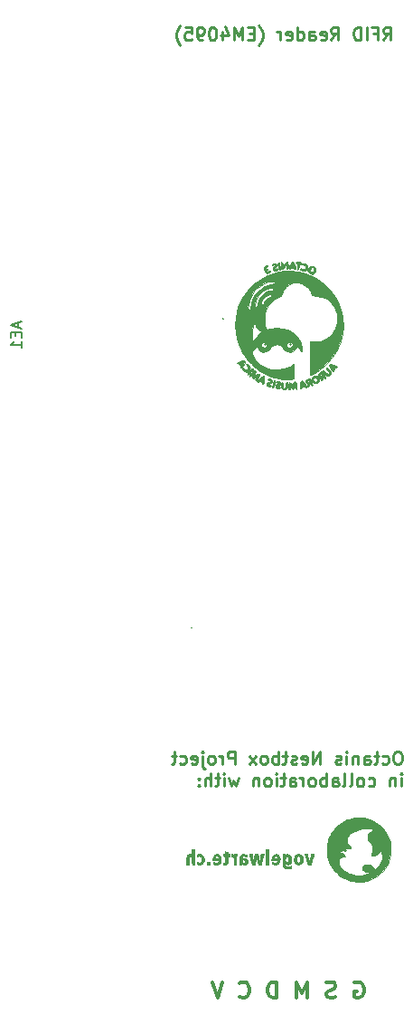
<source format=gbo>
G04 #@! TF.GenerationSoftware,KiCad,Pcbnew,(2017-06-12 revision 19d5cc754)-master*
G04 #@! TF.CreationDate,2018-05-15T00:46:58+02:00*
G04 #@! TF.ProjectId,RFID_BOARD_EM4095,524649445F424F4152445F454D343039,rev?*
G04 #@! TF.FileFunction,Legend,Bot*
G04 #@! TF.FilePolarity,Positive*
%FSLAX46Y46*%
G04 Gerber Fmt 4.6, Leading zero omitted, Abs format (unit mm)*
G04 Created by KiCad (PCBNEW (2017-06-12 revision 19d5cc754)-master) date 2018 May 15, Tuesday 00:46:58*
%MOMM*%
%LPD*%
G01*
G04 APERTURE LIST*
%ADD10C,0.100000*%
%ADD11C,0.250000*%
%ADD12C,0.300000*%
%ADD13C,0.010000*%
%ADD14C,0.150000*%
G04 APERTURE END LIST*
D10*
D11*
X166366071Y-35792857D02*
X166766071Y-35221428D01*
X167051785Y-35792857D02*
X167051785Y-34592857D01*
X166594642Y-34592857D01*
X166480357Y-34650000D01*
X166423214Y-34707142D01*
X166366071Y-34821428D01*
X166366071Y-34992857D01*
X166423214Y-35107142D01*
X166480357Y-35164285D01*
X166594642Y-35221428D01*
X167051785Y-35221428D01*
X165451785Y-35164285D02*
X165851785Y-35164285D01*
X165851785Y-35792857D02*
X165851785Y-34592857D01*
X165280357Y-34592857D01*
X164823214Y-35792857D02*
X164823214Y-34592857D01*
X164251785Y-35792857D02*
X164251785Y-34592857D01*
X163966071Y-34592857D01*
X163794642Y-34650000D01*
X163680357Y-34764285D01*
X163623214Y-34878571D01*
X163566071Y-35107142D01*
X163566071Y-35278571D01*
X163623214Y-35507142D01*
X163680357Y-35621428D01*
X163794642Y-35735714D01*
X163966071Y-35792857D01*
X164251785Y-35792857D01*
X161451785Y-35792857D02*
X161851785Y-35221428D01*
X162137500Y-35792857D02*
X162137500Y-34592857D01*
X161680357Y-34592857D01*
X161566071Y-34650000D01*
X161508928Y-34707142D01*
X161451785Y-34821428D01*
X161451785Y-34992857D01*
X161508928Y-35107142D01*
X161566071Y-35164285D01*
X161680357Y-35221428D01*
X162137500Y-35221428D01*
X160480357Y-35735714D02*
X160594642Y-35792857D01*
X160823214Y-35792857D01*
X160937500Y-35735714D01*
X160994642Y-35621428D01*
X160994642Y-35164285D01*
X160937500Y-35050000D01*
X160823214Y-34992857D01*
X160594642Y-34992857D01*
X160480357Y-35050000D01*
X160423214Y-35164285D01*
X160423214Y-35278571D01*
X160994642Y-35392857D01*
X159394642Y-35792857D02*
X159394642Y-35164285D01*
X159451785Y-35050000D01*
X159566071Y-34992857D01*
X159794642Y-34992857D01*
X159908928Y-35050000D01*
X159394642Y-35735714D02*
X159508928Y-35792857D01*
X159794642Y-35792857D01*
X159908928Y-35735714D01*
X159966071Y-35621428D01*
X159966071Y-35507142D01*
X159908928Y-35392857D01*
X159794642Y-35335714D01*
X159508928Y-35335714D01*
X159394642Y-35278571D01*
X158308928Y-35792857D02*
X158308928Y-34592857D01*
X158308928Y-35735714D02*
X158423214Y-35792857D01*
X158651785Y-35792857D01*
X158766071Y-35735714D01*
X158823214Y-35678571D01*
X158880357Y-35564285D01*
X158880357Y-35221428D01*
X158823214Y-35107142D01*
X158766071Y-35050000D01*
X158651785Y-34992857D01*
X158423214Y-34992857D01*
X158308928Y-35050000D01*
X157280357Y-35735714D02*
X157394642Y-35792857D01*
X157623214Y-35792857D01*
X157737500Y-35735714D01*
X157794642Y-35621428D01*
X157794642Y-35164285D01*
X157737500Y-35050000D01*
X157623214Y-34992857D01*
X157394642Y-34992857D01*
X157280357Y-35050000D01*
X157223214Y-35164285D01*
X157223214Y-35278571D01*
X157794642Y-35392857D01*
X156708928Y-35792857D02*
X156708928Y-34992857D01*
X156708928Y-35221428D02*
X156651785Y-35107142D01*
X156594642Y-35050000D01*
X156480357Y-34992857D01*
X156366071Y-34992857D01*
X154708928Y-36250000D02*
X154766071Y-36192857D01*
X154880357Y-36021428D01*
X154937500Y-35907142D01*
X154994642Y-35735714D01*
X155051785Y-35450000D01*
X155051785Y-35221428D01*
X154994642Y-34935714D01*
X154937500Y-34764285D01*
X154880357Y-34650000D01*
X154766071Y-34478571D01*
X154708928Y-34421428D01*
X154251785Y-35164285D02*
X153851785Y-35164285D01*
X153680357Y-35792857D02*
X154251785Y-35792857D01*
X154251785Y-34592857D01*
X153680357Y-34592857D01*
X153166071Y-35792857D02*
X153166071Y-34592857D01*
X152766071Y-35450000D01*
X152366071Y-34592857D01*
X152366071Y-35792857D01*
X151280357Y-34992857D02*
X151280357Y-35792857D01*
X151566071Y-34535714D02*
X151851785Y-35392857D01*
X151108928Y-35392857D01*
X150423214Y-34592857D02*
X150308928Y-34592857D01*
X150194642Y-34650000D01*
X150137500Y-34707142D01*
X150080357Y-34821428D01*
X150023214Y-35050000D01*
X150023214Y-35335714D01*
X150080357Y-35564285D01*
X150137500Y-35678571D01*
X150194642Y-35735714D01*
X150308928Y-35792857D01*
X150423214Y-35792857D01*
X150537500Y-35735714D01*
X150594642Y-35678571D01*
X150651785Y-35564285D01*
X150708928Y-35335714D01*
X150708928Y-35050000D01*
X150651785Y-34821428D01*
X150594642Y-34707142D01*
X150537500Y-34650000D01*
X150423214Y-34592857D01*
X149451785Y-35792857D02*
X149223214Y-35792857D01*
X149108928Y-35735714D01*
X149051785Y-35678571D01*
X148937500Y-35507142D01*
X148880357Y-35278571D01*
X148880357Y-34821428D01*
X148937500Y-34707142D01*
X148994642Y-34650000D01*
X149108928Y-34592857D01*
X149337500Y-34592857D01*
X149451785Y-34650000D01*
X149508928Y-34707142D01*
X149566071Y-34821428D01*
X149566071Y-35107142D01*
X149508928Y-35221428D01*
X149451785Y-35278571D01*
X149337500Y-35335714D01*
X149108928Y-35335714D01*
X148994642Y-35278571D01*
X148937500Y-35221428D01*
X148880357Y-35107142D01*
X147794642Y-34592857D02*
X148366071Y-34592857D01*
X148423214Y-35164285D01*
X148366071Y-35107142D01*
X148251785Y-35050000D01*
X147966071Y-35050000D01*
X147851785Y-35107142D01*
X147794642Y-35164285D01*
X147737500Y-35278571D01*
X147737500Y-35564285D01*
X147794642Y-35678571D01*
X147851785Y-35735714D01*
X147966071Y-35792857D01*
X148251785Y-35792857D01*
X148366071Y-35735714D01*
X148423214Y-35678571D01*
X147337500Y-36250000D02*
X147280357Y-36192857D01*
X147166071Y-36021428D01*
X147108928Y-35907142D01*
X147051785Y-35735714D01*
X146994642Y-35450000D01*
X146994642Y-35221428D01*
X147051785Y-34935714D01*
X147108928Y-34764285D01*
X147166071Y-34650000D01*
X147280357Y-34478571D01*
X147337500Y-34421428D01*
X167823214Y-102317857D02*
X167594642Y-102317857D01*
X167480357Y-102375000D01*
X167366071Y-102489285D01*
X167308928Y-102717857D01*
X167308928Y-103117857D01*
X167366071Y-103346428D01*
X167480357Y-103460714D01*
X167594642Y-103517857D01*
X167823214Y-103517857D01*
X167937500Y-103460714D01*
X168051785Y-103346428D01*
X168108928Y-103117857D01*
X168108928Y-102717857D01*
X168051785Y-102489285D01*
X167937500Y-102375000D01*
X167823214Y-102317857D01*
X166280357Y-103460714D02*
X166394642Y-103517857D01*
X166623214Y-103517857D01*
X166737500Y-103460714D01*
X166794642Y-103403571D01*
X166851785Y-103289285D01*
X166851785Y-102946428D01*
X166794642Y-102832142D01*
X166737500Y-102775000D01*
X166623214Y-102717857D01*
X166394642Y-102717857D01*
X166280357Y-102775000D01*
X165937500Y-102717857D02*
X165480357Y-102717857D01*
X165766071Y-102317857D02*
X165766071Y-103346428D01*
X165708928Y-103460714D01*
X165594642Y-103517857D01*
X165480357Y-103517857D01*
X164566071Y-103517857D02*
X164566071Y-102889285D01*
X164623214Y-102775000D01*
X164737500Y-102717857D01*
X164966071Y-102717857D01*
X165080357Y-102775000D01*
X164566071Y-103460714D02*
X164680357Y-103517857D01*
X164966071Y-103517857D01*
X165080357Y-103460714D01*
X165137500Y-103346428D01*
X165137500Y-103232142D01*
X165080357Y-103117857D01*
X164966071Y-103060714D01*
X164680357Y-103060714D01*
X164566071Y-103003571D01*
X163994642Y-102717857D02*
X163994642Y-103517857D01*
X163994642Y-102832142D02*
X163937500Y-102775000D01*
X163823214Y-102717857D01*
X163651785Y-102717857D01*
X163537500Y-102775000D01*
X163480357Y-102889285D01*
X163480357Y-103517857D01*
X162908928Y-103517857D02*
X162908928Y-102717857D01*
X162908928Y-102317857D02*
X162966071Y-102375000D01*
X162908928Y-102432142D01*
X162851785Y-102375000D01*
X162908928Y-102317857D01*
X162908928Y-102432142D01*
X162394642Y-103460714D02*
X162280357Y-103517857D01*
X162051785Y-103517857D01*
X161937500Y-103460714D01*
X161880357Y-103346428D01*
X161880357Y-103289285D01*
X161937500Y-103175000D01*
X162051785Y-103117857D01*
X162223214Y-103117857D01*
X162337500Y-103060714D01*
X162394642Y-102946428D01*
X162394642Y-102889285D01*
X162337500Y-102775000D01*
X162223214Y-102717857D01*
X162051785Y-102717857D01*
X161937500Y-102775000D01*
X160451785Y-103517857D02*
X160451785Y-102317857D01*
X159766071Y-103517857D01*
X159766071Y-102317857D01*
X158737500Y-103460714D02*
X158851785Y-103517857D01*
X159080357Y-103517857D01*
X159194642Y-103460714D01*
X159251785Y-103346428D01*
X159251785Y-102889285D01*
X159194642Y-102775000D01*
X159080357Y-102717857D01*
X158851785Y-102717857D01*
X158737500Y-102775000D01*
X158680357Y-102889285D01*
X158680357Y-103003571D01*
X159251785Y-103117857D01*
X158223214Y-103460714D02*
X158108928Y-103517857D01*
X157880357Y-103517857D01*
X157766071Y-103460714D01*
X157708928Y-103346428D01*
X157708928Y-103289285D01*
X157766071Y-103175000D01*
X157880357Y-103117857D01*
X158051785Y-103117857D01*
X158166071Y-103060714D01*
X158223214Y-102946428D01*
X158223214Y-102889285D01*
X158166071Y-102775000D01*
X158051785Y-102717857D01*
X157880357Y-102717857D01*
X157766071Y-102775000D01*
X157366071Y-102717857D02*
X156908928Y-102717857D01*
X157194642Y-102317857D02*
X157194642Y-103346428D01*
X157137500Y-103460714D01*
X157023214Y-103517857D01*
X156908928Y-103517857D01*
X156508928Y-103517857D02*
X156508928Y-102317857D01*
X156508928Y-102775000D02*
X156394642Y-102717857D01*
X156166071Y-102717857D01*
X156051785Y-102775000D01*
X155994642Y-102832142D01*
X155937500Y-102946428D01*
X155937500Y-103289285D01*
X155994642Y-103403571D01*
X156051785Y-103460714D01*
X156166071Y-103517857D01*
X156394642Y-103517857D01*
X156508928Y-103460714D01*
X155251785Y-103517857D02*
X155366071Y-103460714D01*
X155423214Y-103403571D01*
X155480357Y-103289285D01*
X155480357Y-102946428D01*
X155423214Y-102832142D01*
X155366071Y-102775000D01*
X155251785Y-102717857D01*
X155080357Y-102717857D01*
X154966071Y-102775000D01*
X154908928Y-102832142D01*
X154851785Y-102946428D01*
X154851785Y-103289285D01*
X154908928Y-103403571D01*
X154966071Y-103460714D01*
X155080357Y-103517857D01*
X155251785Y-103517857D01*
X154451785Y-103517857D02*
X153823214Y-102717857D01*
X154451785Y-102717857D02*
X153823214Y-103517857D01*
X152451785Y-103517857D02*
X152451785Y-102317857D01*
X151994642Y-102317857D01*
X151880357Y-102375000D01*
X151823214Y-102432142D01*
X151766071Y-102546428D01*
X151766071Y-102717857D01*
X151823214Y-102832142D01*
X151880357Y-102889285D01*
X151994642Y-102946428D01*
X152451785Y-102946428D01*
X151251785Y-103517857D02*
X151251785Y-102717857D01*
X151251785Y-102946428D02*
X151194642Y-102832142D01*
X151137500Y-102775000D01*
X151023214Y-102717857D01*
X150908928Y-102717857D01*
X150337500Y-103517857D02*
X150451785Y-103460714D01*
X150508928Y-103403571D01*
X150566071Y-103289285D01*
X150566071Y-102946428D01*
X150508928Y-102832142D01*
X150451785Y-102775000D01*
X150337500Y-102717857D01*
X150166071Y-102717857D01*
X150051785Y-102775000D01*
X149994642Y-102832142D01*
X149937500Y-102946428D01*
X149937500Y-103289285D01*
X149994642Y-103403571D01*
X150051785Y-103460714D01*
X150166071Y-103517857D01*
X150337500Y-103517857D01*
X149423214Y-102717857D02*
X149423214Y-103746428D01*
X149480357Y-103860714D01*
X149594642Y-103917857D01*
X149651785Y-103917857D01*
X149423214Y-102317857D02*
X149480357Y-102375000D01*
X149423214Y-102432142D01*
X149366071Y-102375000D01*
X149423214Y-102317857D01*
X149423214Y-102432142D01*
X148394642Y-103460714D02*
X148508928Y-103517857D01*
X148737500Y-103517857D01*
X148851785Y-103460714D01*
X148908928Y-103346428D01*
X148908928Y-102889285D01*
X148851785Y-102775000D01*
X148737500Y-102717857D01*
X148508928Y-102717857D01*
X148394642Y-102775000D01*
X148337500Y-102889285D01*
X148337500Y-103003571D01*
X148908928Y-103117857D01*
X147308928Y-103460714D02*
X147423214Y-103517857D01*
X147651785Y-103517857D01*
X147766071Y-103460714D01*
X147823214Y-103403571D01*
X147880357Y-103289285D01*
X147880357Y-102946428D01*
X147823214Y-102832142D01*
X147766071Y-102775000D01*
X147651785Y-102717857D01*
X147423214Y-102717857D01*
X147308928Y-102775000D01*
X146966071Y-102717857D02*
X146508928Y-102717857D01*
X146794642Y-102317857D02*
X146794642Y-103346428D01*
X146737500Y-103460714D01*
X146623214Y-103517857D01*
X146508928Y-103517857D01*
X168051785Y-105567857D02*
X168051785Y-104767857D01*
X168051785Y-104367857D02*
X168108928Y-104425000D01*
X168051785Y-104482142D01*
X167994642Y-104425000D01*
X168051785Y-104367857D01*
X168051785Y-104482142D01*
X167480357Y-104767857D02*
X167480357Y-105567857D01*
X167480357Y-104882142D02*
X167423214Y-104825000D01*
X167308928Y-104767857D01*
X167137500Y-104767857D01*
X167023214Y-104825000D01*
X166966071Y-104939285D01*
X166966071Y-105567857D01*
X164966071Y-105510714D02*
X165080357Y-105567857D01*
X165308928Y-105567857D01*
X165423214Y-105510714D01*
X165480357Y-105453571D01*
X165537500Y-105339285D01*
X165537500Y-104996428D01*
X165480357Y-104882142D01*
X165423214Y-104825000D01*
X165308928Y-104767857D01*
X165080357Y-104767857D01*
X164966071Y-104825000D01*
X164280357Y-105567857D02*
X164394642Y-105510714D01*
X164451785Y-105453571D01*
X164508928Y-105339285D01*
X164508928Y-104996428D01*
X164451785Y-104882142D01*
X164394642Y-104825000D01*
X164280357Y-104767857D01*
X164108928Y-104767857D01*
X163994642Y-104825000D01*
X163937500Y-104882142D01*
X163880357Y-104996428D01*
X163880357Y-105339285D01*
X163937500Y-105453571D01*
X163994642Y-105510714D01*
X164108928Y-105567857D01*
X164280357Y-105567857D01*
X163194642Y-105567857D02*
X163308928Y-105510714D01*
X163366071Y-105396428D01*
X163366071Y-104367857D01*
X162566071Y-105567857D02*
X162680357Y-105510714D01*
X162737500Y-105396428D01*
X162737500Y-104367857D01*
X161594642Y-105567857D02*
X161594642Y-104939285D01*
X161651785Y-104825000D01*
X161766071Y-104767857D01*
X161994642Y-104767857D01*
X162108928Y-104825000D01*
X161594642Y-105510714D02*
X161708928Y-105567857D01*
X161994642Y-105567857D01*
X162108928Y-105510714D01*
X162166071Y-105396428D01*
X162166071Y-105282142D01*
X162108928Y-105167857D01*
X161994642Y-105110714D01*
X161708928Y-105110714D01*
X161594642Y-105053571D01*
X161023214Y-105567857D02*
X161023214Y-104367857D01*
X161023214Y-104825000D02*
X160908928Y-104767857D01*
X160680357Y-104767857D01*
X160566071Y-104825000D01*
X160508928Y-104882142D01*
X160451785Y-104996428D01*
X160451785Y-105339285D01*
X160508928Y-105453571D01*
X160566071Y-105510714D01*
X160680357Y-105567857D01*
X160908928Y-105567857D01*
X161023214Y-105510714D01*
X159766071Y-105567857D02*
X159880357Y-105510714D01*
X159937500Y-105453571D01*
X159994642Y-105339285D01*
X159994642Y-104996428D01*
X159937500Y-104882142D01*
X159880357Y-104825000D01*
X159766071Y-104767857D01*
X159594642Y-104767857D01*
X159480357Y-104825000D01*
X159423214Y-104882142D01*
X159366071Y-104996428D01*
X159366071Y-105339285D01*
X159423214Y-105453571D01*
X159480357Y-105510714D01*
X159594642Y-105567857D01*
X159766071Y-105567857D01*
X158851785Y-105567857D02*
X158851785Y-104767857D01*
X158851785Y-104996428D02*
X158794642Y-104882142D01*
X158737500Y-104825000D01*
X158623214Y-104767857D01*
X158508928Y-104767857D01*
X157594642Y-105567857D02*
X157594642Y-104939285D01*
X157651785Y-104825000D01*
X157766071Y-104767857D01*
X157994642Y-104767857D01*
X158108928Y-104825000D01*
X157594642Y-105510714D02*
X157708928Y-105567857D01*
X157994642Y-105567857D01*
X158108928Y-105510714D01*
X158166071Y-105396428D01*
X158166071Y-105282142D01*
X158108928Y-105167857D01*
X157994642Y-105110714D01*
X157708928Y-105110714D01*
X157594642Y-105053571D01*
X157194642Y-104767857D02*
X156737500Y-104767857D01*
X157023214Y-104367857D02*
X157023214Y-105396428D01*
X156966071Y-105510714D01*
X156851785Y-105567857D01*
X156737500Y-105567857D01*
X156337500Y-105567857D02*
X156337500Y-104767857D01*
X156337500Y-104367857D02*
X156394642Y-104425000D01*
X156337500Y-104482142D01*
X156280357Y-104425000D01*
X156337500Y-104367857D01*
X156337500Y-104482142D01*
X155594642Y-105567857D02*
X155708928Y-105510714D01*
X155766071Y-105453571D01*
X155823214Y-105339285D01*
X155823214Y-104996428D01*
X155766071Y-104882142D01*
X155708928Y-104825000D01*
X155594642Y-104767857D01*
X155423214Y-104767857D01*
X155308928Y-104825000D01*
X155251785Y-104882142D01*
X155194642Y-104996428D01*
X155194642Y-105339285D01*
X155251785Y-105453571D01*
X155308928Y-105510714D01*
X155423214Y-105567857D01*
X155594642Y-105567857D01*
X154680357Y-104767857D02*
X154680357Y-105567857D01*
X154680357Y-104882142D02*
X154623214Y-104825000D01*
X154508928Y-104767857D01*
X154337500Y-104767857D01*
X154223214Y-104825000D01*
X154166071Y-104939285D01*
X154166071Y-105567857D01*
X152794642Y-104767857D02*
X152566071Y-105567857D01*
X152337500Y-104996428D01*
X152108928Y-105567857D01*
X151880357Y-104767857D01*
X151423214Y-105567857D02*
X151423214Y-104767857D01*
X151423214Y-104367857D02*
X151480357Y-104425000D01*
X151423214Y-104482142D01*
X151366071Y-104425000D01*
X151423214Y-104367857D01*
X151423214Y-104482142D01*
X151023214Y-104767857D02*
X150566071Y-104767857D01*
X150851785Y-104367857D02*
X150851785Y-105396428D01*
X150794642Y-105510714D01*
X150680357Y-105567857D01*
X150566071Y-105567857D01*
X150166071Y-105567857D02*
X150166071Y-104367857D01*
X149651785Y-105567857D02*
X149651785Y-104939285D01*
X149708928Y-104825000D01*
X149823214Y-104767857D01*
X149994642Y-104767857D01*
X150108928Y-104825000D01*
X150166071Y-104882142D01*
X149080357Y-105453571D02*
X149023214Y-105510714D01*
X149080357Y-105567857D01*
X149137500Y-105510714D01*
X149080357Y-105453571D01*
X149080357Y-105567857D01*
X149080357Y-104825000D02*
X149023214Y-104882142D01*
X149080357Y-104939285D01*
X149137500Y-104882142D01*
X149080357Y-104825000D01*
X149080357Y-104939285D01*
D12*
X163678571Y-123950000D02*
X163821428Y-123878571D01*
X164035714Y-123878571D01*
X164250000Y-123950000D01*
X164392857Y-124092857D01*
X164464285Y-124235714D01*
X164535714Y-124521428D01*
X164535714Y-124735714D01*
X164464285Y-125021428D01*
X164392857Y-125164285D01*
X164250000Y-125307142D01*
X164035714Y-125378571D01*
X163892857Y-125378571D01*
X163678571Y-125307142D01*
X163607142Y-125235714D01*
X163607142Y-124735714D01*
X163892857Y-124735714D01*
X161892857Y-125307142D02*
X161678571Y-125378571D01*
X161321428Y-125378571D01*
X161178571Y-125307142D01*
X161107142Y-125235714D01*
X161035714Y-125092857D01*
X161035714Y-124950000D01*
X161107142Y-124807142D01*
X161178571Y-124735714D01*
X161321428Y-124664285D01*
X161607142Y-124592857D01*
X161750000Y-124521428D01*
X161821428Y-124450000D01*
X161892857Y-124307142D01*
X161892857Y-124164285D01*
X161821428Y-124021428D01*
X161750000Y-123950000D01*
X161607142Y-123878571D01*
X161250000Y-123878571D01*
X161035714Y-123950000D01*
X159250000Y-125378571D02*
X159250000Y-123878571D01*
X158750000Y-124950000D01*
X158250000Y-123878571D01*
X158250000Y-125378571D01*
X156392857Y-125378571D02*
X156392857Y-123878571D01*
X156035714Y-123878571D01*
X155821428Y-123950000D01*
X155678571Y-124092857D01*
X155607142Y-124235714D01*
X155535714Y-124521428D01*
X155535714Y-124735714D01*
X155607142Y-125021428D01*
X155678571Y-125164285D01*
X155821428Y-125307142D01*
X156035714Y-125378571D01*
X156392857Y-125378571D01*
X152892857Y-125235714D02*
X152964285Y-125307142D01*
X153178571Y-125378571D01*
X153321428Y-125378571D01*
X153535714Y-125307142D01*
X153678571Y-125164285D01*
X153750000Y-125021428D01*
X153821428Y-124735714D01*
X153821428Y-124521428D01*
X153750000Y-124235714D01*
X153678571Y-124092857D01*
X153535714Y-123950000D01*
X153321428Y-123878571D01*
X153178571Y-123878571D01*
X152964285Y-123950000D01*
X152892857Y-124021428D01*
X151321428Y-123878571D02*
X150821428Y-125378571D01*
X150321428Y-123878571D01*
D13*
G36*
X162703641Y-111514986D02*
X162673141Y-111544713D01*
X162664667Y-111578522D01*
X162677962Y-111629042D01*
X162711370Y-111660626D01*
X162755175Y-111670376D01*
X162799659Y-111655392D01*
X162827091Y-111627000D01*
X162845007Y-111593858D01*
X162842109Y-111567799D01*
X162827091Y-111542333D01*
X162791121Y-111511455D01*
X162746469Y-111503120D01*
X162703641Y-111514986D01*
X162703641Y-111514986D01*
G37*
X162703641Y-111514986D02*
X162673141Y-111544713D01*
X162664667Y-111578522D01*
X162677962Y-111629042D01*
X162711370Y-111660626D01*
X162755175Y-111670376D01*
X162799659Y-111655392D01*
X162827091Y-111627000D01*
X162845007Y-111593858D01*
X162842109Y-111567799D01*
X162827091Y-111542333D01*
X162791121Y-111511455D01*
X162746469Y-111503120D01*
X162703641Y-111514986D01*
G36*
X148440667Y-111774701D02*
X148440447Y-111876252D01*
X148439483Y-111948003D01*
X148437324Y-111994015D01*
X148433516Y-112018355D01*
X148427605Y-112025084D01*
X148419139Y-112018268D01*
X148414239Y-112011671D01*
X148362254Y-111964527D01*
X148290072Y-111934149D01*
X148207728Y-111922044D01*
X148125261Y-111929721D01*
X148054449Y-111957613D01*
X148018555Y-111982653D01*
X147990442Y-112011717D01*
X147969179Y-112049052D01*
X147953835Y-112098905D01*
X147943480Y-112165523D01*
X147937183Y-112253155D01*
X147934014Y-112366046D01*
X147933042Y-112508445D01*
X147933039Y-112511766D01*
X147932667Y-112888533D01*
X148149790Y-112888533D01*
X148155616Y-112545633D01*
X148158892Y-112407705D01*
X148163550Y-112301903D01*
X148169714Y-112226505D01*
X148177507Y-112179795D01*
X148183010Y-112164833D01*
X148221950Y-112126516D01*
X148275017Y-112111347D01*
X148331959Y-112118964D01*
X148382523Y-112149009D01*
X148402353Y-112172545D01*
X148413070Y-112193514D01*
X148421341Y-112222799D01*
X148427665Y-112265300D01*
X148432539Y-112325917D01*
X148436463Y-112409552D01*
X148439935Y-112521105D01*
X148440667Y-112549043D01*
X148449133Y-112880066D01*
X148677733Y-112890080D01*
X148677733Y-111500000D01*
X148440667Y-111500000D01*
X148440667Y-111774701D01*
X148440667Y-111774701D01*
G37*
X148440667Y-111774701D02*
X148440447Y-111876252D01*
X148439483Y-111948003D01*
X148437324Y-111994015D01*
X148433516Y-112018355D01*
X148427605Y-112025084D01*
X148419139Y-112018268D01*
X148414239Y-112011671D01*
X148362254Y-111964527D01*
X148290072Y-111934149D01*
X148207728Y-111922044D01*
X148125261Y-111929721D01*
X148054449Y-111957613D01*
X148018555Y-111982653D01*
X147990442Y-112011717D01*
X147969179Y-112049052D01*
X147953835Y-112098905D01*
X147943480Y-112165523D01*
X147937183Y-112253155D01*
X147934014Y-112366046D01*
X147933042Y-112508445D01*
X147933039Y-112511766D01*
X147932667Y-112888533D01*
X148149790Y-112888533D01*
X148155616Y-112545633D01*
X148158892Y-112407705D01*
X148163550Y-112301903D01*
X148169714Y-112226505D01*
X148177507Y-112179795D01*
X148183010Y-112164833D01*
X148221950Y-112126516D01*
X148275017Y-112111347D01*
X148331959Y-112118964D01*
X148382523Y-112149009D01*
X148402353Y-112172545D01*
X148413070Y-112193514D01*
X148421341Y-112222799D01*
X148427665Y-112265300D01*
X148432539Y-112325917D01*
X148436463Y-112409552D01*
X148439935Y-112521105D01*
X148440667Y-112549043D01*
X148449133Y-112880066D01*
X148677733Y-112890080D01*
X148677733Y-111500000D01*
X148440667Y-111500000D01*
X148440667Y-111774701D01*
G36*
X149866542Y-112756509D02*
X149871533Y-112880066D01*
X149977586Y-112885113D01*
X150041180Y-112885864D01*
X150077543Y-112879900D01*
X150092801Y-112866284D01*
X150096951Y-112837145D01*
X150098124Y-112786753D01*
X150096815Y-112742703D01*
X150091667Y-112642999D01*
X149861551Y-112632951D01*
X149866542Y-112756509D01*
X149866542Y-112756509D01*
G37*
X149866542Y-112756509D02*
X149871533Y-112880066D01*
X149977586Y-112885113D01*
X150041180Y-112885864D01*
X150077543Y-112879900D01*
X150092801Y-112866284D01*
X150096951Y-112837145D01*
X150098124Y-112786753D01*
X150096815Y-112742703D01*
X150091667Y-112642999D01*
X149861551Y-112632951D01*
X149866542Y-112756509D01*
G36*
X152098267Y-112033722D02*
X152098894Y-112092761D01*
X152102612Y-112124864D01*
X152112178Y-112136960D01*
X152130349Y-112135976D01*
X152138195Y-112134090D01*
X152192257Y-112135106D01*
X152252824Y-112157292D01*
X152306410Y-112194480D01*
X152329783Y-112221706D01*
X152341109Y-112243145D01*
X152349615Y-112271550D01*
X152355840Y-112312141D01*
X152360321Y-112370136D01*
X152363597Y-112450756D01*
X152366205Y-112559219D01*
X152366582Y-112578720D01*
X152372430Y-112888533D01*
X152589334Y-112888533D01*
X152592626Y-112465199D01*
X152593576Y-112345692D01*
X152594495Y-112234753D01*
X152595337Y-112137739D01*
X152596054Y-112060001D01*
X152596599Y-112006893D01*
X152596859Y-111986833D01*
X152597800Y-111931799D01*
X152394600Y-111931799D01*
X152389542Y-112000714D01*
X152384485Y-112069628D01*
X152311337Y-111996480D01*
X152265434Y-111954092D01*
X152228852Y-111931951D01*
X152189643Y-111923948D01*
X152168228Y-111923333D01*
X152098267Y-111923333D01*
X152098267Y-112033722D01*
X152098267Y-112033722D01*
G37*
X152098267Y-112033722D02*
X152098894Y-112092761D01*
X152102612Y-112124864D01*
X152112178Y-112136960D01*
X152130349Y-112135976D01*
X152138195Y-112134090D01*
X152192257Y-112135106D01*
X152252824Y-112157292D01*
X152306410Y-112194480D01*
X152329783Y-112221706D01*
X152341109Y-112243145D01*
X152349615Y-112271550D01*
X152355840Y-112312141D01*
X152360321Y-112370136D01*
X152363597Y-112450756D01*
X152366205Y-112559219D01*
X152366582Y-112578720D01*
X152372430Y-112888533D01*
X152589334Y-112888533D01*
X152592626Y-112465199D01*
X152593576Y-112345692D01*
X152594495Y-112234753D01*
X152595337Y-112137739D01*
X152596054Y-112060001D01*
X152596599Y-112006893D01*
X152596859Y-111986833D01*
X152597800Y-111931799D01*
X152394600Y-111931799D01*
X152389542Y-112000714D01*
X152384485Y-112069628D01*
X152311337Y-111996480D01*
X152265434Y-111954092D01*
X152228852Y-111931951D01*
X152189643Y-111923948D01*
X152168228Y-111923333D01*
X152098267Y-111923333D01*
X152098267Y-112033722D01*
G36*
X153850823Y-111926607D02*
X153830502Y-111940059D01*
X153825405Y-111969275D01*
X153833421Y-112019353D01*
X153852439Y-112095390D01*
X153861478Y-112129740D01*
X153886287Y-112223823D01*
X153913818Y-112327804D01*
X153942574Y-112436071D01*
X153971058Y-112543015D01*
X153997771Y-112643023D01*
X154021215Y-112730486D01*
X154039894Y-112799791D01*
X154052308Y-112845329D01*
X154056124Y-112858900D01*
X154066083Y-112874544D01*
X154089389Y-112883612D01*
X154133317Y-112887723D01*
X154189158Y-112888533D01*
X154313499Y-112888533D01*
X154347230Y-112740366D01*
X154365201Y-112661393D01*
X154387517Y-112563273D01*
X154411023Y-112459885D01*
X154428035Y-112385031D01*
X154446471Y-112307647D01*
X154463054Y-112244923D01*
X154476102Y-112202753D01*
X154483932Y-112187029D01*
X154484483Y-112187237D01*
X154490836Y-112205875D01*
X154503197Y-112252543D01*
X154520331Y-112322190D01*
X154541003Y-112409764D01*
X154563979Y-112510212D01*
X154570295Y-112538339D01*
X154646733Y-112880066D01*
X154768060Y-112885012D01*
X154828871Y-112885463D01*
X154875377Y-112882018D01*
X154898245Y-112875413D01*
X154898809Y-112874713D01*
X154906260Y-112853589D01*
X154920759Y-112804908D01*
X154940905Y-112733912D01*
X154965297Y-112645840D01*
X154992537Y-112545932D01*
X155021224Y-112439429D01*
X155049958Y-112331571D01*
X155077338Y-112227599D01*
X155101965Y-112132751D01*
X155122438Y-112052269D01*
X155137357Y-111991393D01*
X155145323Y-111955363D01*
X155146267Y-111948550D01*
X155140835Y-111934287D01*
X155119979Y-111926991D01*
X155076862Y-111925361D01*
X155032058Y-111926792D01*
X154917850Y-111931799D01*
X154864277Y-112185799D01*
X154843688Y-112283689D01*
X154823826Y-112378606D01*
X154806569Y-112461544D01*
X154793795Y-112523498D01*
X154790740Y-112538509D01*
X154779131Y-112589401D01*
X154769052Y-112622317D01*
X154763524Y-112629968D01*
X154757846Y-112611899D01*
X154746395Y-112565970D01*
X154730401Y-112497456D01*
X154711095Y-112411629D01*
X154689706Y-112313766D01*
X154689137Y-112311125D01*
X154667375Y-112210349D01*
X154647534Y-112118893D01*
X154630922Y-112042748D01*
X154618846Y-111987907D01*
X154612701Y-111960730D01*
X154605894Y-111941248D01*
X154592077Y-111930093D01*
X154563718Y-111925444D01*
X154513284Y-111925479D01*
X154472668Y-111926863D01*
X154341933Y-111931799D01*
X154266009Y-112292460D01*
X154243692Y-112396562D01*
X154223455Y-112487349D01*
X154206358Y-112560352D01*
X154193463Y-112611105D01*
X154185830Y-112635141D01*
X154184402Y-112636070D01*
X154179388Y-112615004D01*
X154168655Y-112565972D01*
X154153313Y-112494183D01*
X154134471Y-112404842D01*
X154113240Y-112303155D01*
X154107481Y-112275410D01*
X154036245Y-111931799D01*
X153945574Y-111926604D01*
X153888477Y-111923821D01*
X153850823Y-111926607D01*
X153850823Y-111926607D01*
G37*
X153850823Y-111926607D02*
X153830502Y-111940059D01*
X153825405Y-111969275D01*
X153833421Y-112019353D01*
X153852439Y-112095390D01*
X153861478Y-112129740D01*
X153886287Y-112223823D01*
X153913818Y-112327804D01*
X153942574Y-112436071D01*
X153971058Y-112543015D01*
X153997771Y-112643023D01*
X154021215Y-112730486D01*
X154039894Y-112799791D01*
X154052308Y-112845329D01*
X154056124Y-112858900D01*
X154066083Y-112874544D01*
X154089389Y-112883612D01*
X154133317Y-112887723D01*
X154189158Y-112888533D01*
X154313499Y-112888533D01*
X154347230Y-112740366D01*
X154365201Y-112661393D01*
X154387517Y-112563273D01*
X154411023Y-112459885D01*
X154428035Y-112385031D01*
X154446471Y-112307647D01*
X154463054Y-112244923D01*
X154476102Y-112202753D01*
X154483932Y-112187029D01*
X154484483Y-112187237D01*
X154490836Y-112205875D01*
X154503197Y-112252543D01*
X154520331Y-112322190D01*
X154541003Y-112409764D01*
X154563979Y-112510212D01*
X154570295Y-112538339D01*
X154646733Y-112880066D01*
X154768060Y-112885012D01*
X154828871Y-112885463D01*
X154875377Y-112882018D01*
X154898245Y-112875413D01*
X154898809Y-112874713D01*
X154906260Y-112853589D01*
X154920759Y-112804908D01*
X154940905Y-112733912D01*
X154965297Y-112645840D01*
X154992537Y-112545932D01*
X155021224Y-112439429D01*
X155049958Y-112331571D01*
X155077338Y-112227599D01*
X155101965Y-112132751D01*
X155122438Y-112052269D01*
X155137357Y-111991393D01*
X155145323Y-111955363D01*
X155146267Y-111948550D01*
X155140835Y-111934287D01*
X155119979Y-111926991D01*
X155076862Y-111925361D01*
X155032058Y-111926792D01*
X154917850Y-111931799D01*
X154864277Y-112185799D01*
X154843688Y-112283689D01*
X154823826Y-112378606D01*
X154806569Y-112461544D01*
X154793795Y-112523498D01*
X154790740Y-112538509D01*
X154779131Y-112589401D01*
X154769052Y-112622317D01*
X154763524Y-112629968D01*
X154757846Y-112611899D01*
X154746395Y-112565970D01*
X154730401Y-112497456D01*
X154711095Y-112411629D01*
X154689706Y-112313766D01*
X154689137Y-112311125D01*
X154667375Y-112210349D01*
X154647534Y-112118893D01*
X154630922Y-112042748D01*
X154618846Y-111987907D01*
X154612701Y-111960730D01*
X154605894Y-111941248D01*
X154592077Y-111930093D01*
X154563718Y-111925444D01*
X154513284Y-111925479D01*
X154472668Y-111926863D01*
X154341933Y-111931799D01*
X154266009Y-112292460D01*
X154243692Y-112396562D01*
X154223455Y-112487349D01*
X154206358Y-112560352D01*
X154193463Y-112611105D01*
X154185830Y-112635141D01*
X154184402Y-112636070D01*
X154179388Y-112615004D01*
X154168655Y-112565972D01*
X154153313Y-112494183D01*
X154134471Y-112404842D01*
X154113240Y-112303155D01*
X154107481Y-112275410D01*
X154036245Y-111931799D01*
X153945574Y-111926604D01*
X153888477Y-111923821D01*
X153850823Y-111926607D01*
G36*
X155383333Y-112888533D02*
X155603467Y-112888533D01*
X155603467Y-111500000D01*
X155383333Y-111500000D01*
X155383333Y-112888533D01*
X155383333Y-112888533D01*
G37*
X155383333Y-112888533D02*
X155603467Y-112888533D01*
X155603467Y-111500000D01*
X155383333Y-111500000D01*
X155383333Y-112888533D01*
G36*
X159592444Y-112012233D02*
X159579218Y-112060084D01*
X159559622Y-112132425D01*
X159535877Y-112220987D01*
X159510207Y-112317500D01*
X159498231Y-112362796D01*
X159474429Y-112451877D01*
X159453316Y-112528799D01*
X159436495Y-112587881D01*
X159425570Y-112623440D01*
X159422439Y-112631205D01*
X159414671Y-112620741D01*
X159402716Y-112586509D01*
X159396520Y-112564275D01*
X159384639Y-112519199D01*
X159366396Y-112450680D01*
X159344262Y-112367970D01*
X159320707Y-112280320D01*
X159320334Y-112278933D01*
X159296834Y-112191497D01*
X159274774Y-112109065D01*
X159256600Y-112040807D01*
X159244761Y-111995892D01*
X159244607Y-111995299D01*
X159225895Y-111923333D01*
X159116481Y-111923333D01*
X159060616Y-111925456D01*
X159021186Y-111931009D01*
X159007067Y-111938379D01*
X159011634Y-111957805D01*
X159025420Y-112006759D01*
X159048553Y-112085671D01*
X159081161Y-112194968D01*
X159123372Y-112335079D01*
X159175316Y-112506430D01*
X159237118Y-112709452D01*
X159276265Y-112837733D01*
X159284869Y-112858800D01*
X159299896Y-112871794D01*
X159328893Y-112879091D01*
X159379405Y-112883071D01*
X159426178Y-112884962D01*
X159495179Y-112886523D01*
X159537533Y-112884322D01*
X159560366Y-112877121D01*
X159570805Y-112863679D01*
X159572205Y-112859562D01*
X159579440Y-112835566D01*
X159594890Y-112784481D01*
X159616943Y-112711629D01*
X159643987Y-112622330D01*
X159674408Y-112521905D01*
X159706595Y-112415676D01*
X159738935Y-112308962D01*
X159769815Y-112207086D01*
X159797625Y-112115367D01*
X159820750Y-112039128D01*
X159837579Y-111983688D01*
X159846499Y-111954369D01*
X159846929Y-111952966D01*
X159848066Y-111937445D01*
X159835257Y-111928497D01*
X159802012Y-111924376D01*
X159741837Y-111923336D01*
X159736814Y-111923333D01*
X159617613Y-111923333D01*
X159592444Y-112012233D01*
X159592444Y-112012233D01*
G37*
X159592444Y-112012233D02*
X159579218Y-112060084D01*
X159559622Y-112132425D01*
X159535877Y-112220987D01*
X159510207Y-112317500D01*
X159498231Y-112362796D01*
X159474429Y-112451877D01*
X159453316Y-112528799D01*
X159436495Y-112587881D01*
X159425570Y-112623440D01*
X159422439Y-112631205D01*
X159414671Y-112620741D01*
X159402716Y-112586509D01*
X159396520Y-112564275D01*
X159384639Y-112519199D01*
X159366396Y-112450680D01*
X159344262Y-112367970D01*
X159320707Y-112280320D01*
X159320334Y-112278933D01*
X159296834Y-112191497D01*
X159274774Y-112109065D01*
X159256600Y-112040807D01*
X159244761Y-111995892D01*
X159244607Y-111995299D01*
X159225895Y-111923333D01*
X159116481Y-111923333D01*
X159060616Y-111925456D01*
X159021186Y-111931009D01*
X159007067Y-111938379D01*
X159011634Y-111957805D01*
X159025420Y-112006759D01*
X159048553Y-112085671D01*
X159081161Y-112194968D01*
X159123372Y-112335079D01*
X159175316Y-112506430D01*
X159237118Y-112709452D01*
X159276265Y-112837733D01*
X159284869Y-112858800D01*
X159299896Y-112871794D01*
X159328893Y-112879091D01*
X159379405Y-112883071D01*
X159426178Y-112884962D01*
X159495179Y-112886523D01*
X159537533Y-112884322D01*
X159560366Y-112877121D01*
X159570805Y-112863679D01*
X159572205Y-112859562D01*
X159579440Y-112835566D01*
X159594890Y-112784481D01*
X159616943Y-112711629D01*
X159643987Y-112622330D01*
X159674408Y-112521905D01*
X159706595Y-112415676D01*
X159738935Y-112308962D01*
X159769815Y-112207086D01*
X159797625Y-112115367D01*
X159820750Y-112039128D01*
X159837579Y-111983688D01*
X159846499Y-111954369D01*
X159846929Y-111952966D01*
X159848066Y-111937445D01*
X159835257Y-111928497D01*
X159802012Y-111924376D01*
X159741837Y-111923336D01*
X159736814Y-111923333D01*
X159617613Y-111923333D01*
X159592444Y-112012233D01*
G36*
X149073206Y-111924409D02*
X149004266Y-111931805D01*
X148951155Y-111945292D01*
X148921986Y-111964344D01*
X148919920Y-111968282D01*
X148916799Y-111998557D01*
X148919656Y-112046605D01*
X148922080Y-112065251D01*
X148933142Y-112139020D01*
X149004404Y-112114388D01*
X149095870Y-112097440D01*
X149179049Y-112110402D01*
X149248956Y-112151559D01*
X149298736Y-112215592D01*
X149319654Y-112279023D01*
X149329435Y-112360557D01*
X149328214Y-112447446D01*
X149316123Y-112526942D01*
X149294885Y-112583675D01*
X149234572Y-112657676D01*
X149159968Y-112702717D01*
X149075572Y-112717222D01*
X148985879Y-112699614D01*
X148975673Y-112695562D01*
X148919100Y-112671924D01*
X148908992Y-112757269D01*
X148904655Y-112808691D01*
X148904755Y-112845627D01*
X148906931Y-112855633D01*
X148920911Y-112864233D01*
X148955096Y-112873236D01*
X149014005Y-112883585D01*
X149101067Y-112896072D01*
X149144009Y-112896741D01*
X149200919Y-112891557D01*
X149221243Y-112888473D01*
X149316407Y-112862887D01*
X149394330Y-112818293D01*
X149461217Y-112755171D01*
X149518843Y-112668158D01*
X149557012Y-112560716D01*
X149574459Y-112440983D01*
X149569922Y-112317095D01*
X149546043Y-112208911D01*
X149506093Y-112124980D01*
X149445828Y-112047143D01*
X149373740Y-111984317D01*
X149298321Y-111945421D01*
X149293836Y-111944031D01*
X149226105Y-111929996D01*
X149149857Y-111923631D01*
X149073206Y-111924409D01*
X149073206Y-111924409D01*
G37*
X149073206Y-111924409D02*
X149004266Y-111931805D01*
X148951155Y-111945292D01*
X148921986Y-111964344D01*
X148919920Y-111968282D01*
X148916799Y-111998557D01*
X148919656Y-112046605D01*
X148922080Y-112065251D01*
X148933142Y-112139020D01*
X149004404Y-112114388D01*
X149095870Y-112097440D01*
X149179049Y-112110402D01*
X149248956Y-112151559D01*
X149298736Y-112215592D01*
X149319654Y-112279023D01*
X149329435Y-112360557D01*
X149328214Y-112447446D01*
X149316123Y-112526942D01*
X149294885Y-112583675D01*
X149234572Y-112657676D01*
X149159968Y-112702717D01*
X149075572Y-112717222D01*
X148985879Y-112699614D01*
X148975673Y-112695562D01*
X148919100Y-112671924D01*
X148908992Y-112757269D01*
X148904655Y-112808691D01*
X148904755Y-112845627D01*
X148906931Y-112855633D01*
X148920911Y-112864233D01*
X148955096Y-112873236D01*
X149014005Y-112883585D01*
X149101067Y-112896072D01*
X149144009Y-112896741D01*
X149200919Y-112891557D01*
X149221243Y-112888473D01*
X149316407Y-112862887D01*
X149394330Y-112818293D01*
X149461217Y-112755171D01*
X149518843Y-112668158D01*
X149557012Y-112560716D01*
X149574459Y-112440983D01*
X149569922Y-112317095D01*
X149546043Y-112208911D01*
X149506093Y-112124980D01*
X149445828Y-112047143D01*
X149373740Y-111984317D01*
X149298321Y-111945421D01*
X149293836Y-111944031D01*
X149226105Y-111929996D01*
X149149857Y-111923631D01*
X149073206Y-111924409D01*
G36*
X150654967Y-111931633D02*
X150619392Y-111939345D01*
X150543672Y-111981399D01*
X150479742Y-112050727D01*
X150430532Y-112141915D01*
X150398975Y-112249549D01*
X150388000Y-112366673D01*
X150388000Y-112465199D01*
X150658934Y-112465199D01*
X150760260Y-112465404D01*
X150832590Y-112466418D01*
X150880796Y-112468846D01*
X150909749Y-112473289D01*
X150924317Y-112480350D01*
X150929373Y-112490632D01*
X150929867Y-112498723D01*
X150918663Y-112558934D01*
X150890064Y-112621748D01*
X150851589Y-112672820D01*
X150829393Y-112690441D01*
X150768537Y-112711531D01*
X150689420Y-112718759D01*
X150604595Y-112712307D01*
X150526619Y-112692360D01*
X150510767Y-112685789D01*
X150438800Y-112653122D01*
X150438800Y-112718642D01*
X150436409Y-112768004D01*
X150430522Y-112805102D01*
X150429190Y-112809207D01*
X150436734Y-112830651D01*
X150471165Y-112851148D01*
X150525505Y-112869248D01*
X150592779Y-112883497D01*
X150666010Y-112892445D01*
X150738221Y-112894639D01*
X150802435Y-112888628D01*
X150806809Y-112887791D01*
X150923622Y-112850543D01*
X151015896Y-112790278D01*
X151083770Y-112706784D01*
X151127381Y-112599850D01*
X151146870Y-112469266D01*
X151146592Y-112370153D01*
X151133077Y-112273620D01*
X150930671Y-112273620D01*
X150921388Y-112296776D01*
X150888079Y-112308368D01*
X150827091Y-112312376D01*
X150766836Y-112312799D01*
X150603805Y-112312799D01*
X150615292Y-112240833D01*
X150638647Y-112157459D01*
X150677485Y-112103916D01*
X150720792Y-112082036D01*
X150787101Y-112079677D01*
X150842744Y-112109017D01*
X150888572Y-112170526D01*
X150891767Y-112176706D01*
X150919580Y-112234923D01*
X150930671Y-112273620D01*
X151133077Y-112273620D01*
X151127492Y-112233733D01*
X151086410Y-112120509D01*
X151024438Y-112031829D01*
X150942668Y-111969042D01*
X150842193Y-111933495D01*
X150787260Y-111926481D01*
X150719068Y-111925925D01*
X150654967Y-111931633D01*
X150654967Y-111931633D01*
G37*
X150654967Y-111931633D02*
X150619392Y-111939345D01*
X150543672Y-111981399D01*
X150479742Y-112050727D01*
X150430532Y-112141915D01*
X150398975Y-112249549D01*
X150388000Y-112366673D01*
X150388000Y-112465199D01*
X150658934Y-112465199D01*
X150760260Y-112465404D01*
X150832590Y-112466418D01*
X150880796Y-112468846D01*
X150909749Y-112473289D01*
X150924317Y-112480350D01*
X150929373Y-112490632D01*
X150929867Y-112498723D01*
X150918663Y-112558934D01*
X150890064Y-112621748D01*
X150851589Y-112672820D01*
X150829393Y-112690441D01*
X150768537Y-112711531D01*
X150689420Y-112718759D01*
X150604595Y-112712307D01*
X150526619Y-112692360D01*
X150510767Y-112685789D01*
X150438800Y-112653122D01*
X150438800Y-112718642D01*
X150436409Y-112768004D01*
X150430522Y-112805102D01*
X150429190Y-112809207D01*
X150436734Y-112830651D01*
X150471165Y-112851148D01*
X150525505Y-112869248D01*
X150592779Y-112883497D01*
X150666010Y-112892445D01*
X150738221Y-112894639D01*
X150802435Y-112888628D01*
X150806809Y-112887791D01*
X150923622Y-112850543D01*
X151015896Y-112790278D01*
X151083770Y-112706784D01*
X151127381Y-112599850D01*
X151146870Y-112469266D01*
X151146592Y-112370153D01*
X151133077Y-112273620D01*
X150930671Y-112273620D01*
X150921388Y-112296776D01*
X150888079Y-112308368D01*
X150827091Y-112312376D01*
X150766836Y-112312799D01*
X150603805Y-112312799D01*
X150615292Y-112240833D01*
X150638647Y-112157459D01*
X150677485Y-112103916D01*
X150720792Y-112082036D01*
X150787101Y-112079677D01*
X150842744Y-112109017D01*
X150888572Y-112170526D01*
X150891767Y-112176706D01*
X150919580Y-112234923D01*
X150930671Y-112273620D01*
X151133077Y-112273620D01*
X151127492Y-112233733D01*
X151086410Y-112120509D01*
X151024438Y-112031829D01*
X150942668Y-111969042D01*
X150842193Y-111933495D01*
X150787260Y-111926481D01*
X150719068Y-111925925D01*
X150654967Y-111931633D01*
G36*
X151546078Y-111685001D02*
X151541583Y-111725996D01*
X151539517Y-111784286D01*
X151539467Y-111795448D01*
X151539467Y-111921563D01*
X151361667Y-111931799D01*
X151361667Y-112101133D01*
X151539467Y-112111369D01*
X151539467Y-112397755D01*
X151539275Y-112502559D01*
X151538300Y-112578582D01*
X151535939Y-112630907D01*
X151531590Y-112664619D01*
X151524652Y-112684803D01*
X151514523Y-112696543D01*
X151503278Y-112703509D01*
X151461277Y-112714442D01*
X151410675Y-112713721D01*
X151410144Y-112713636D01*
X151353200Y-112704395D01*
X151353200Y-112778935D01*
X151358226Y-112833851D01*
X151374922Y-112863547D01*
X151382834Y-112868775D01*
X151447879Y-112888908D01*
X151527997Y-112894617D01*
X151600236Y-112886217D01*
X151666526Y-112859083D01*
X151718769Y-112819273D01*
X151768067Y-112767859D01*
X151773306Y-112438729D01*
X151778546Y-112109599D01*
X151928934Y-112109599D01*
X151928934Y-111923333D01*
X151778224Y-111923333D01*
X151773145Y-111828218D01*
X151768067Y-111733103D01*
X151666467Y-111701467D01*
X151611460Y-111684890D01*
X151569776Y-111673344D01*
X151552167Y-111669582D01*
X151546078Y-111685001D01*
X151546078Y-111685001D01*
G37*
X151546078Y-111685001D02*
X151541583Y-111725996D01*
X151539517Y-111784286D01*
X151539467Y-111795448D01*
X151539467Y-111921563D01*
X151361667Y-111931799D01*
X151361667Y-112101133D01*
X151539467Y-112111369D01*
X151539467Y-112397755D01*
X151539275Y-112502559D01*
X151538300Y-112578582D01*
X151535939Y-112630907D01*
X151531590Y-112664619D01*
X151524652Y-112684803D01*
X151514523Y-112696543D01*
X151503278Y-112703509D01*
X151461277Y-112714442D01*
X151410675Y-112713721D01*
X151410144Y-112713636D01*
X151353200Y-112704395D01*
X151353200Y-112778935D01*
X151358226Y-112833851D01*
X151374922Y-112863547D01*
X151382834Y-112868775D01*
X151447879Y-112888908D01*
X151527997Y-112894617D01*
X151600236Y-112886217D01*
X151666526Y-112859083D01*
X151718769Y-112819273D01*
X151768067Y-112767859D01*
X151773306Y-112438729D01*
X151778546Y-112109599D01*
X151928934Y-112109599D01*
X151928934Y-111923333D01*
X151778224Y-111923333D01*
X151773145Y-111828218D01*
X151768067Y-111733103D01*
X151666467Y-111701467D01*
X151611460Y-111684890D01*
X151569776Y-111673344D01*
X151552167Y-111669582D01*
X151546078Y-111685001D01*
G36*
X153159615Y-111928647D02*
X153081175Y-111946276D01*
X153020417Y-111978751D01*
X152975285Y-112022136D01*
X152949207Y-112059891D01*
X152929058Y-112106547D01*
X152914181Y-112166515D01*
X152903920Y-112244209D01*
X152897619Y-112344038D01*
X152894621Y-112470416D01*
X152894134Y-112567633D01*
X152894134Y-112888533D01*
X152993922Y-112888533D01*
X153057034Y-112885485D01*
X153093502Y-112872913D01*
X153110267Y-112845671D01*
X153114267Y-112799313D01*
X153115943Y-112777671D01*
X153125766Y-112776799D01*
X153150931Y-112797901D01*
X153160834Y-112807096D01*
X153247400Y-112867230D01*
X153342397Y-112895170D01*
X153443165Y-112890171D01*
X153450854Y-112888454D01*
X153538479Y-112852987D01*
X153601926Y-112794251D01*
X153640322Y-112713548D01*
X153652794Y-112612182D01*
X153652210Y-112593922D01*
X153436000Y-112593922D01*
X153430905Y-112647247D01*
X153411412Y-112682835D01*
X153391383Y-112701037D01*
X153330357Y-112730101D01*
X153262164Y-112733738D01*
X153214929Y-112718698D01*
X153173010Y-112678134D01*
X153141234Y-112608788D01*
X153121417Y-112514706D01*
X153120721Y-112508991D01*
X153115813Y-112459435D01*
X153119070Y-112429308D01*
X153136210Y-112415596D01*
X153172954Y-112415286D01*
X153235021Y-112425363D01*
X153267708Y-112431530D01*
X153350382Y-112455819D01*
X153403805Y-112493334D01*
X153430981Y-112546973D01*
X153436000Y-112593922D01*
X153652210Y-112593922D01*
X153652025Y-112588149D01*
X153635630Y-112493986D01*
X153596929Y-112420029D01*
X153533978Y-112364828D01*
X153444835Y-112326934D01*
X153327557Y-112304897D01*
X153265591Y-112299797D01*
X153111410Y-112291006D01*
X153122676Y-112229936D01*
X153140429Y-112176931D01*
X153167961Y-112132341D01*
X153169390Y-112130766D01*
X153216348Y-112102738D01*
X153283480Y-112091147D01*
X153361364Y-112095964D01*
X153440579Y-112117159D01*
X153473496Y-112131700D01*
X153550598Y-112170734D01*
X153560523Y-112086927D01*
X153564788Y-112035987D01*
X153564590Y-111999615D01*
X153562472Y-111990211D01*
X153534929Y-111970681D01*
X153482076Y-111952321D01*
X153412463Y-111937041D01*
X153334637Y-111926751D01*
X153263106Y-111923333D01*
X153159615Y-111928647D01*
X153159615Y-111928647D01*
G37*
X153159615Y-111928647D02*
X153081175Y-111946276D01*
X153020417Y-111978751D01*
X152975285Y-112022136D01*
X152949207Y-112059891D01*
X152929058Y-112106547D01*
X152914181Y-112166515D01*
X152903920Y-112244209D01*
X152897619Y-112344038D01*
X152894621Y-112470416D01*
X152894134Y-112567633D01*
X152894134Y-112888533D01*
X152993922Y-112888533D01*
X153057034Y-112885485D01*
X153093502Y-112872913D01*
X153110267Y-112845671D01*
X153114267Y-112799313D01*
X153115943Y-112777671D01*
X153125766Y-112776799D01*
X153150931Y-112797901D01*
X153160834Y-112807096D01*
X153247400Y-112867230D01*
X153342397Y-112895170D01*
X153443165Y-112890171D01*
X153450854Y-112888454D01*
X153538479Y-112852987D01*
X153601926Y-112794251D01*
X153640322Y-112713548D01*
X153652794Y-112612182D01*
X153652210Y-112593922D01*
X153436000Y-112593922D01*
X153430905Y-112647247D01*
X153411412Y-112682835D01*
X153391383Y-112701037D01*
X153330357Y-112730101D01*
X153262164Y-112733738D01*
X153214929Y-112718698D01*
X153173010Y-112678134D01*
X153141234Y-112608788D01*
X153121417Y-112514706D01*
X153120721Y-112508991D01*
X153115813Y-112459435D01*
X153119070Y-112429308D01*
X153136210Y-112415596D01*
X153172954Y-112415286D01*
X153235021Y-112425363D01*
X153267708Y-112431530D01*
X153350382Y-112455819D01*
X153403805Y-112493334D01*
X153430981Y-112546973D01*
X153436000Y-112593922D01*
X153652210Y-112593922D01*
X153652025Y-112588149D01*
X153635630Y-112493986D01*
X153596929Y-112420029D01*
X153533978Y-112364828D01*
X153444835Y-112326934D01*
X153327557Y-112304897D01*
X153265591Y-112299797D01*
X153111410Y-112291006D01*
X153122676Y-112229936D01*
X153140429Y-112176931D01*
X153167961Y-112132341D01*
X153169390Y-112130766D01*
X153216348Y-112102738D01*
X153283480Y-112091147D01*
X153361364Y-112095964D01*
X153440579Y-112117159D01*
X153473496Y-112131700D01*
X153550598Y-112170734D01*
X153560523Y-112086927D01*
X153564788Y-112035987D01*
X153564590Y-111999615D01*
X153562472Y-111990211D01*
X153534929Y-111970681D01*
X153482076Y-111952321D01*
X153412463Y-111937041D01*
X153334637Y-111926751D01*
X153263106Y-111923333D01*
X153159615Y-111928647D01*
G36*
X156163330Y-111936569D02*
X156072324Y-111974206D01*
X156001717Y-112033137D01*
X155984094Y-112056618D01*
X155948966Y-112126506D01*
X155919154Y-112215866D01*
X155898625Y-112310332D01*
X155891333Y-112392557D01*
X155891333Y-112465199D01*
X156433200Y-112465199D01*
X156433200Y-112516840D01*
X156418936Y-112590881D01*
X156380541Y-112654822D01*
X156332154Y-112693513D01*
X156269041Y-112712719D01*
X156189020Y-112718901D01*
X156106326Y-112712335D01*
X156035197Y-112693298D01*
X156022574Y-112687495D01*
X155981904Y-112669769D01*
X155955153Y-112663662D01*
X155951260Y-112664917D01*
X155945862Y-112685877D01*
X155942587Y-112728601D01*
X155942133Y-112753834D01*
X155944447Y-112803997D01*
X155954958Y-112831805D01*
X155979024Y-112848647D01*
X155988700Y-112852858D01*
X156023493Y-112863608D01*
X156076467Y-112876223D01*
X156136562Y-112888534D01*
X156192714Y-112898371D01*
X156233863Y-112903565D01*
X156246933Y-112903513D01*
X156267359Y-112899423D01*
X156308436Y-112891271D01*
X156326073Y-112887781D01*
X156418984Y-112860036D01*
X156495693Y-112813394D01*
X156556328Y-112755122D01*
X156607668Y-112684665D01*
X156640498Y-112604037D01*
X156657077Y-112505643D01*
X156660124Y-112405933D01*
X156646937Y-112268792D01*
X156433200Y-112268792D01*
X156433200Y-112312799D01*
X156123996Y-112312799D01*
X156132999Y-112232925D01*
X156151926Y-112165150D01*
X156188159Y-112111895D01*
X156235391Y-112080723D01*
X156264014Y-112075733D01*
X156327903Y-112091345D01*
X156381668Y-112133306D01*
X156418901Y-112194303D01*
X156433192Y-112267021D01*
X156433200Y-112268792D01*
X156646937Y-112268792D01*
X156646385Y-112263062D01*
X156608685Y-112143905D01*
X156546896Y-112048112D01*
X156516257Y-112017027D01*
X156453749Y-111966820D01*
X156395669Y-111938023D01*
X156328101Y-111925382D01*
X156268111Y-111923333D01*
X156163330Y-111936569D01*
X156163330Y-111936569D01*
G37*
X156163330Y-111936569D02*
X156072324Y-111974206D01*
X156001717Y-112033137D01*
X155984094Y-112056618D01*
X155948966Y-112126506D01*
X155919154Y-112215866D01*
X155898625Y-112310332D01*
X155891333Y-112392557D01*
X155891333Y-112465199D01*
X156433200Y-112465199D01*
X156433200Y-112516840D01*
X156418936Y-112590881D01*
X156380541Y-112654822D01*
X156332154Y-112693513D01*
X156269041Y-112712719D01*
X156189020Y-112718901D01*
X156106326Y-112712335D01*
X156035197Y-112693298D01*
X156022574Y-112687495D01*
X155981904Y-112669769D01*
X155955153Y-112663662D01*
X155951260Y-112664917D01*
X155945862Y-112685877D01*
X155942587Y-112728601D01*
X155942133Y-112753834D01*
X155944447Y-112803997D01*
X155954958Y-112831805D01*
X155979024Y-112848647D01*
X155988700Y-112852858D01*
X156023493Y-112863608D01*
X156076467Y-112876223D01*
X156136562Y-112888534D01*
X156192714Y-112898371D01*
X156233863Y-112903565D01*
X156246933Y-112903513D01*
X156267359Y-112899423D01*
X156308436Y-112891271D01*
X156326073Y-112887781D01*
X156418984Y-112860036D01*
X156495693Y-112813394D01*
X156556328Y-112755122D01*
X156607668Y-112684665D01*
X156640498Y-112604037D01*
X156657077Y-112505643D01*
X156660124Y-112405933D01*
X156646937Y-112268792D01*
X156433200Y-112268792D01*
X156433200Y-112312799D01*
X156123996Y-112312799D01*
X156132999Y-112232925D01*
X156151926Y-112165150D01*
X156188159Y-112111895D01*
X156235391Y-112080723D01*
X156264014Y-112075733D01*
X156327903Y-112091345D01*
X156381668Y-112133306D01*
X156418901Y-112194303D01*
X156433192Y-112267021D01*
X156433200Y-112268792D01*
X156646937Y-112268792D01*
X156646385Y-112263062D01*
X156608685Y-112143905D01*
X156546896Y-112048112D01*
X156516257Y-112017027D01*
X156453749Y-111966820D01*
X156395669Y-111938023D01*
X156328101Y-111925382D01*
X156268111Y-111923333D01*
X156163330Y-111936569D01*
G36*
X158335828Y-111926859D02*
X158254385Y-111941677D01*
X158231823Y-111949631D01*
X158140595Y-112005376D01*
X158069063Y-112086455D01*
X158018564Y-112189745D01*
X157990439Y-112312118D01*
X157986026Y-112450451D01*
X157991357Y-112510850D01*
X158017957Y-112629185D01*
X158065165Y-112729500D01*
X158129994Y-112807923D01*
X158209459Y-112860583D01*
X158276699Y-112880815D01*
X158349298Y-112891879D01*
X158399971Y-112896917D01*
X158440050Y-112896301D01*
X158480866Y-112890404D01*
X158493540Y-112887943D01*
X158602614Y-112852770D01*
X158688459Y-112794844D01*
X158751992Y-112712953D01*
X158794131Y-112605883D01*
X158815796Y-112472420D01*
X158816643Y-112460990D01*
X158815988Y-112414399D01*
X158573290Y-112414399D01*
X158568872Y-112518915D01*
X158554921Y-112596328D01*
X158528187Y-112652813D01*
X158485416Y-112694549D01*
X158423356Y-112727710D01*
X158404227Y-112735470D01*
X158388996Y-112731033D01*
X158354477Y-112719384D01*
X158352559Y-112718716D01*
X158298734Y-112684276D01*
X158260839Y-112623127D01*
X158238072Y-112533629D01*
X158231728Y-112472075D01*
X158230505Y-112338234D01*
X158245765Y-112233102D01*
X158277387Y-112156959D01*
X158325251Y-112110088D01*
X158389234Y-112092767D01*
X158395204Y-112092666D01*
X158461620Y-112102945D01*
X158511335Y-112135341D01*
X158545645Y-112192195D01*
X158565846Y-112275848D01*
X158573233Y-112388639D01*
X158573290Y-112414399D01*
X158815988Y-112414399D01*
X158814681Y-112321544D01*
X158789766Y-112197799D01*
X158743405Y-112093170D01*
X158677108Y-112011073D01*
X158593398Y-111955384D01*
X158519875Y-111933944D01*
X158429171Y-111924358D01*
X158335828Y-111926859D01*
X158335828Y-111926859D01*
G37*
X158335828Y-111926859D02*
X158254385Y-111941677D01*
X158231823Y-111949631D01*
X158140595Y-112005376D01*
X158069063Y-112086455D01*
X158018564Y-112189745D01*
X157990439Y-112312118D01*
X157986026Y-112450451D01*
X157991357Y-112510850D01*
X158017957Y-112629185D01*
X158065165Y-112729500D01*
X158129994Y-112807923D01*
X158209459Y-112860583D01*
X158276699Y-112880815D01*
X158349298Y-112891879D01*
X158399971Y-112896917D01*
X158440050Y-112896301D01*
X158480866Y-112890404D01*
X158493540Y-112887943D01*
X158602614Y-112852770D01*
X158688459Y-112794844D01*
X158751992Y-112712953D01*
X158794131Y-112605883D01*
X158815796Y-112472420D01*
X158816643Y-112460990D01*
X158815988Y-112414399D01*
X158573290Y-112414399D01*
X158568872Y-112518915D01*
X158554921Y-112596328D01*
X158528187Y-112652813D01*
X158485416Y-112694549D01*
X158423356Y-112727710D01*
X158404227Y-112735470D01*
X158388996Y-112731033D01*
X158354477Y-112719384D01*
X158352559Y-112718716D01*
X158298734Y-112684276D01*
X158260839Y-112623127D01*
X158238072Y-112533629D01*
X158231728Y-112472075D01*
X158230505Y-112338234D01*
X158245765Y-112233102D01*
X158277387Y-112156959D01*
X158325251Y-112110088D01*
X158389234Y-112092767D01*
X158395204Y-112092666D01*
X158461620Y-112102945D01*
X158511335Y-112135341D01*
X158545645Y-112192195D01*
X158565846Y-112275848D01*
X158573233Y-112388639D01*
X158573290Y-112414399D01*
X158815988Y-112414399D01*
X158814681Y-112321544D01*
X158789766Y-112197799D01*
X158743405Y-112093170D01*
X158677108Y-112011073D01*
X158593398Y-111955384D01*
X158519875Y-111933944D01*
X158429171Y-111924358D01*
X158335828Y-111926859D01*
G36*
X157320986Y-111931690D02*
X157243189Y-111962397D01*
X157187361Y-112018530D01*
X157177205Y-112035772D01*
X157152867Y-112081635D01*
X157135933Y-111931799D01*
X156932733Y-111931799D01*
X156933487Y-112431333D01*
X156934197Y-112594288D01*
X156936188Y-112727378D01*
X156940066Y-112834598D01*
X156946433Y-112919943D01*
X156955896Y-112987406D01*
X156969057Y-113040983D01*
X156986521Y-113084668D01*
X157008893Y-113122457D01*
X157036777Y-113158344D01*
X157044890Y-113167726D01*
X157115775Y-113224551D01*
X157210366Y-113264468D01*
X157322227Y-113286012D01*
X157444923Y-113287717D01*
X157527270Y-113277523D01*
X157609119Y-113261201D01*
X157662265Y-113243570D01*
X157691608Y-113219077D01*
X157702044Y-113182163D01*
X157698471Y-113127273D01*
X157692709Y-113089825D01*
X157682590Y-113028650D01*
X157595529Y-113062375D01*
X157506239Y-113087181D01*
X157413617Y-113096469D01*
X157329046Y-113089959D01*
X157269266Y-113070383D01*
X157219100Y-113025669D01*
X157182880Y-112955872D01*
X157163644Y-112867971D01*
X157161333Y-112822449D01*
X157161333Y-112740117D01*
X157224833Y-112803329D01*
X157300127Y-112857213D01*
X157383272Y-112881110D01*
X157468967Y-112876241D01*
X157551910Y-112843827D01*
X157626800Y-112785089D01*
X157688335Y-112701248D01*
X157691243Y-112695903D01*
X157707246Y-112662141D01*
X157717960Y-112626717D01*
X157724407Y-112581936D01*
X157727607Y-112520101D01*
X157728582Y-112433519D01*
X157728600Y-112414399D01*
X157728397Y-112383641D01*
X157499104Y-112383641D01*
X157496449Y-112474551D01*
X157486483Y-112552726D01*
X157481873Y-112572132D01*
X157461556Y-112623520D01*
X157435146Y-112665197D01*
X157431167Y-112669499D01*
X157382971Y-112696001D01*
X157322440Y-112700252D01*
X157262731Y-112682296D01*
X157241938Y-112668839D01*
X157206188Y-112622315D01*
X157180018Y-112551675D01*
X157164663Y-112465626D01*
X157161363Y-112372875D01*
X157171354Y-112282130D01*
X157181248Y-112241794D01*
X157210464Y-112181724D01*
X157254879Y-112131433D01*
X157305459Y-112099507D01*
X157338149Y-112092666D01*
X157391476Y-112108003D01*
X157440430Y-112148344D01*
X157475721Y-112205187D01*
X157482389Y-112224670D01*
X157494425Y-112295260D01*
X157499104Y-112383641D01*
X157728397Y-112383641D01*
X157727997Y-112323168D01*
X157725370Y-112257321D01*
X157719490Y-112208388D01*
X157709131Y-112167895D01*
X157693063Y-112127371D01*
X157684207Y-112108067D01*
X157634406Y-112023651D01*
X157574654Y-111968197D01*
X157498056Y-111936941D01*
X157421155Y-111926228D01*
X157320986Y-111931690D01*
X157320986Y-111931690D01*
G37*
X157320986Y-111931690D02*
X157243189Y-111962397D01*
X157187361Y-112018530D01*
X157177205Y-112035772D01*
X157152867Y-112081635D01*
X157135933Y-111931799D01*
X156932733Y-111931799D01*
X156933487Y-112431333D01*
X156934197Y-112594288D01*
X156936188Y-112727378D01*
X156940066Y-112834598D01*
X156946433Y-112919943D01*
X156955896Y-112987406D01*
X156969057Y-113040983D01*
X156986521Y-113084668D01*
X157008893Y-113122457D01*
X157036777Y-113158344D01*
X157044890Y-113167726D01*
X157115775Y-113224551D01*
X157210366Y-113264468D01*
X157322227Y-113286012D01*
X157444923Y-113287717D01*
X157527270Y-113277523D01*
X157609119Y-113261201D01*
X157662265Y-113243570D01*
X157691608Y-113219077D01*
X157702044Y-113182163D01*
X157698471Y-113127273D01*
X157692709Y-113089825D01*
X157682590Y-113028650D01*
X157595529Y-113062375D01*
X157506239Y-113087181D01*
X157413617Y-113096469D01*
X157329046Y-113089959D01*
X157269266Y-113070383D01*
X157219100Y-113025669D01*
X157182880Y-112955872D01*
X157163644Y-112867971D01*
X157161333Y-112822449D01*
X157161333Y-112740117D01*
X157224833Y-112803329D01*
X157300127Y-112857213D01*
X157383272Y-112881110D01*
X157468967Y-112876241D01*
X157551910Y-112843827D01*
X157626800Y-112785089D01*
X157688335Y-112701248D01*
X157691243Y-112695903D01*
X157707246Y-112662141D01*
X157717960Y-112626717D01*
X157724407Y-112581936D01*
X157727607Y-112520101D01*
X157728582Y-112433519D01*
X157728600Y-112414399D01*
X157728397Y-112383641D01*
X157499104Y-112383641D01*
X157496449Y-112474551D01*
X157486483Y-112552726D01*
X157481873Y-112572132D01*
X157461556Y-112623520D01*
X157435146Y-112665197D01*
X157431167Y-112669499D01*
X157382971Y-112696001D01*
X157322440Y-112700252D01*
X157262731Y-112682296D01*
X157241938Y-112668839D01*
X157206188Y-112622315D01*
X157180018Y-112551675D01*
X157164663Y-112465626D01*
X157161363Y-112372875D01*
X157171354Y-112282130D01*
X157181248Y-112241794D01*
X157210464Y-112181724D01*
X157254879Y-112131433D01*
X157305459Y-112099507D01*
X157338149Y-112092666D01*
X157391476Y-112108003D01*
X157440430Y-112148344D01*
X157475721Y-112205187D01*
X157482389Y-112224670D01*
X157494425Y-112295260D01*
X157499104Y-112383641D01*
X157728397Y-112383641D01*
X157727997Y-112323168D01*
X157725370Y-112257321D01*
X157719490Y-112208388D01*
X157709131Y-112167895D01*
X157693063Y-112127371D01*
X157684207Y-112108067D01*
X157634406Y-112023651D01*
X157574654Y-111968197D01*
X157498056Y-111936941D01*
X157421155Y-111926228D01*
X157320986Y-111931690D01*
G36*
X163951600Y-108508216D02*
X163659078Y-108532339D01*
X163384474Y-108580653D01*
X163120627Y-108654592D01*
X162996028Y-108699479D01*
X162707417Y-108828560D01*
X162436251Y-108985458D01*
X162184338Y-109168287D01*
X161953489Y-109375159D01*
X161745513Y-109604190D01*
X161562218Y-109853491D01*
X161405415Y-110121176D01*
X161276912Y-110405359D01*
X161226717Y-110544356D01*
X161182236Y-110682772D01*
X161147767Y-110803644D01*
X161122082Y-110915030D01*
X161103953Y-111024987D01*
X161092150Y-111141573D01*
X161085445Y-111272845D01*
X161082609Y-111426861D01*
X161082294Y-111491533D01*
X161082369Y-111623859D01*
X161083565Y-111728975D01*
X161086315Y-111813532D01*
X161091054Y-111884179D01*
X161098217Y-111947568D01*
X161108239Y-112010347D01*
X161120283Y-112072918D01*
X161200315Y-112385777D01*
X161309733Y-112683200D01*
X161447068Y-112963715D01*
X161610854Y-113225850D01*
X161799623Y-113468134D01*
X162011906Y-113689094D01*
X162246235Y-113887259D01*
X162501144Y-114061156D01*
X162775164Y-114209315D01*
X163066826Y-114330263D01*
X163374665Y-114422528D01*
X163489358Y-114448478D01*
X163572002Y-114461491D01*
X163680500Y-114472555D01*
X163806884Y-114481412D01*
X163943183Y-114487804D01*
X164081428Y-114491472D01*
X164213650Y-114492157D01*
X164331877Y-114489601D01*
X164428142Y-114483544D01*
X164459600Y-114479964D01*
X164769802Y-114421057D01*
X165068977Y-114331083D01*
X165355136Y-114211614D01*
X165626292Y-114064222D01*
X165880456Y-113890478D01*
X166115639Y-113691954D01*
X166329855Y-113470222D01*
X166521113Y-113226854D01*
X166687427Y-112963420D01*
X166826808Y-112681494D01*
X166870654Y-112574105D01*
X166963906Y-112286566D01*
X166979837Y-112211199D01*
X166271467Y-112211199D01*
X166254708Y-112397124D01*
X166204936Y-112578749D01*
X166122910Y-112754315D01*
X166009388Y-112922068D01*
X165920210Y-113024882D01*
X165854946Y-113090759D01*
X165787204Y-113154196D01*
X165726016Y-113206979D01*
X165688850Y-113235328D01*
X165597081Y-113298532D01*
X165464374Y-113165233D01*
X165342560Y-113055904D01*
X165221789Y-112975506D01*
X165095321Y-112920010D01*
X165016824Y-112897673D01*
X164883435Y-112877038D01*
X164754531Y-112877392D01*
X164637345Y-112897918D01*
X164539110Y-112937799D01*
X164512700Y-112954628D01*
X164462951Y-113006015D01*
X164421877Y-113077062D01*
X164396555Y-113153601D01*
X164391867Y-113196550D01*
X164405154Y-113288074D01*
X164440854Y-113379428D01*
X164492721Y-113454945D01*
X164496418Y-113458844D01*
X164575160Y-113518418D01*
X164679870Y-113564388D01*
X164804928Y-113595363D01*
X164944714Y-113609956D01*
X165093608Y-113606777D01*
X165094600Y-113606695D01*
X165155950Y-113602594D01*
X165200443Y-113601593D01*
X165220811Y-113603781D01*
X165221054Y-113605162D01*
X165198517Y-113618804D01*
X165150786Y-113641214D01*
X165084542Y-113669714D01*
X165006464Y-113701626D01*
X164923234Y-113734272D01*
X164841531Y-113764974D01*
X164768034Y-113791052D01*
X164713600Y-113808604D01*
X164531943Y-113857430D01*
X164366442Y-113889695D01*
X164206397Y-113906279D01*
X164041104Y-113908067D01*
X163859863Y-113895939D01*
X163771155Y-113886284D01*
X163553857Y-113849104D01*
X163339356Y-113790894D01*
X163131551Y-113713932D01*
X162934338Y-113620501D01*
X162751612Y-113512880D01*
X162587272Y-113393351D01*
X162445213Y-113264194D01*
X162329333Y-113127689D01*
X162247709Y-112994619D01*
X162217492Y-112932274D01*
X162198332Y-112884123D01*
X162187719Y-112838653D01*
X162183138Y-112784350D01*
X162182078Y-112709699D01*
X162182067Y-112693799D01*
X162183079Y-112611748D01*
X162187391Y-112552853D01*
X162196913Y-112506433D01*
X162213554Y-112461805D01*
X162229710Y-112427445D01*
X162299726Y-112321486D01*
X162393106Y-112239144D01*
X162507645Y-112181827D01*
X162641142Y-112150939D01*
X162666993Y-112148297D01*
X162724719Y-112142546D01*
X162766316Y-112136664D01*
X162783162Y-112131882D01*
X162783200Y-112131703D01*
X162774768Y-112108421D01*
X162753528Y-112067728D01*
X162725567Y-112020322D01*
X162696970Y-111976899D01*
X162688735Y-111965666D01*
X162616649Y-111896512D01*
X162517270Y-111839704D01*
X162395572Y-111797297D01*
X162256529Y-111771348D01*
X162207467Y-111766731D01*
X162185411Y-111763675D01*
X162181565Y-111757536D01*
X162199213Y-111746369D01*
X162241639Y-111728229D01*
X162312126Y-111701170D01*
X162328501Y-111695032D01*
X162409321Y-111663834D01*
X162464459Y-111639373D01*
X162500415Y-111617827D01*
X162523685Y-111595377D01*
X162539201Y-111571152D01*
X162597260Y-111493360D01*
X162674704Y-111431739D01*
X162753345Y-111397224D01*
X162793697Y-111388996D01*
X162841365Y-111385394D01*
X162902449Y-111386601D01*
X162983049Y-111392798D01*
X163089262Y-111404168D01*
X163124650Y-111408331D01*
X163181147Y-111413500D01*
X163216615Y-111410131D01*
X163243411Y-111395363D01*
X163264350Y-111375989D01*
X163296838Y-111330820D01*
X163307909Y-111274730D01*
X163308134Y-111262281D01*
X163306675Y-111232189D01*
X163299688Y-111205782D01*
X163283255Y-111177478D01*
X163253458Y-111141699D01*
X163206380Y-111092862D01*
X163150081Y-111037144D01*
X163084169Y-110971538D01*
X163037868Y-110921975D01*
X163006116Y-110881299D01*
X162983851Y-110842354D01*
X162966010Y-110797985D01*
X162953046Y-110758612D01*
X162925688Y-110631254D01*
X162927272Y-110509756D01*
X162958744Y-110391004D01*
X163021051Y-110271887D01*
X163115140Y-110149294D01*
X163150199Y-110110850D01*
X163305445Y-109969743D01*
X163488098Y-109845517D01*
X163695454Y-109739546D01*
X163924812Y-109653208D01*
X164173468Y-109587877D01*
X164180200Y-109586464D01*
X164431558Y-109543987D01*
X164682202Y-109522490D01*
X164938515Y-109522026D01*
X165206878Y-109542649D01*
X165493674Y-109584412D01*
X165568733Y-109598111D01*
X165805800Y-109642978D01*
X165662097Y-109673991D01*
X165457303Y-109727496D01*
X165284185Y-109792828D01*
X165142652Y-109870072D01*
X165032615Y-109959313D01*
X164953982Y-110060640D01*
X164906664Y-110174138D01*
X164890569Y-110299892D01*
X164898774Y-110401313D01*
X164933764Y-110530457D01*
X164998296Y-110669821D01*
X165090787Y-110816273D01*
X165145397Y-110889118D01*
X165212804Y-110977325D01*
X165262066Y-111049489D01*
X165298099Y-111114371D01*
X165325821Y-111180730D01*
X165348148Y-111250406D01*
X165376597Y-111407748D01*
X165373876Y-111573040D01*
X165340399Y-111742004D01*
X165286353Y-111889166D01*
X165261267Y-111946868D01*
X165249521Y-111981979D01*
X165249904Y-112002490D01*
X165261204Y-112016391D01*
X165266449Y-112020399D01*
X165300141Y-112032154D01*
X165358365Y-112039711D01*
X165418935Y-112041866D01*
X165563181Y-112026334D01*
X165694601Y-111981439D01*
X165809724Y-111909735D01*
X165905080Y-111813774D01*
X165977200Y-111696109D01*
X166010790Y-111606417D01*
X166037684Y-111513904D01*
X166079986Y-111576157D01*
X166152204Y-111705152D01*
X166210375Y-111854524D01*
X166250934Y-112012449D01*
X166270315Y-112167099D01*
X166271467Y-112211199D01*
X166979837Y-112211199D01*
X167027200Y-111987141D01*
X167060197Y-111680369D01*
X167062559Y-111370787D01*
X167033945Y-111062932D01*
X166998381Y-110865000D01*
X166916540Y-110562893D01*
X166805448Y-110275553D01*
X166666995Y-110004444D01*
X166503074Y-109751030D01*
X166315577Y-109516773D01*
X166106396Y-109303138D01*
X165877423Y-109111587D01*
X165630550Y-108943586D01*
X165367670Y-108800596D01*
X165090674Y-108684082D01*
X164801454Y-108595508D01*
X164501902Y-108536336D01*
X164193911Y-108508031D01*
X163951600Y-108508216D01*
X163951600Y-108508216D01*
G37*
X163951600Y-108508216D02*
X163659078Y-108532339D01*
X163384474Y-108580653D01*
X163120627Y-108654592D01*
X162996028Y-108699479D01*
X162707417Y-108828560D01*
X162436251Y-108985458D01*
X162184338Y-109168287D01*
X161953489Y-109375159D01*
X161745513Y-109604190D01*
X161562218Y-109853491D01*
X161405415Y-110121176D01*
X161276912Y-110405359D01*
X161226717Y-110544356D01*
X161182236Y-110682772D01*
X161147767Y-110803644D01*
X161122082Y-110915030D01*
X161103953Y-111024987D01*
X161092150Y-111141573D01*
X161085445Y-111272845D01*
X161082609Y-111426861D01*
X161082294Y-111491533D01*
X161082369Y-111623859D01*
X161083565Y-111728975D01*
X161086315Y-111813532D01*
X161091054Y-111884179D01*
X161098217Y-111947568D01*
X161108239Y-112010347D01*
X161120283Y-112072918D01*
X161200315Y-112385777D01*
X161309733Y-112683200D01*
X161447068Y-112963715D01*
X161610854Y-113225850D01*
X161799623Y-113468134D01*
X162011906Y-113689094D01*
X162246235Y-113887259D01*
X162501144Y-114061156D01*
X162775164Y-114209315D01*
X163066826Y-114330263D01*
X163374665Y-114422528D01*
X163489358Y-114448478D01*
X163572002Y-114461491D01*
X163680500Y-114472555D01*
X163806884Y-114481412D01*
X163943183Y-114487804D01*
X164081428Y-114491472D01*
X164213650Y-114492157D01*
X164331877Y-114489601D01*
X164428142Y-114483544D01*
X164459600Y-114479964D01*
X164769802Y-114421057D01*
X165068977Y-114331083D01*
X165355136Y-114211614D01*
X165626292Y-114064222D01*
X165880456Y-113890478D01*
X166115639Y-113691954D01*
X166329855Y-113470222D01*
X166521113Y-113226854D01*
X166687427Y-112963420D01*
X166826808Y-112681494D01*
X166870654Y-112574105D01*
X166963906Y-112286566D01*
X166979837Y-112211199D01*
X166271467Y-112211199D01*
X166254708Y-112397124D01*
X166204936Y-112578749D01*
X166122910Y-112754315D01*
X166009388Y-112922068D01*
X165920210Y-113024882D01*
X165854946Y-113090759D01*
X165787204Y-113154196D01*
X165726016Y-113206979D01*
X165688850Y-113235328D01*
X165597081Y-113298532D01*
X165464374Y-113165233D01*
X165342560Y-113055904D01*
X165221789Y-112975506D01*
X165095321Y-112920010D01*
X165016824Y-112897673D01*
X164883435Y-112877038D01*
X164754531Y-112877392D01*
X164637345Y-112897918D01*
X164539110Y-112937799D01*
X164512700Y-112954628D01*
X164462951Y-113006015D01*
X164421877Y-113077062D01*
X164396555Y-113153601D01*
X164391867Y-113196550D01*
X164405154Y-113288074D01*
X164440854Y-113379428D01*
X164492721Y-113454945D01*
X164496418Y-113458844D01*
X164575160Y-113518418D01*
X164679870Y-113564388D01*
X164804928Y-113595363D01*
X164944714Y-113609956D01*
X165093608Y-113606777D01*
X165094600Y-113606695D01*
X165155950Y-113602594D01*
X165200443Y-113601593D01*
X165220811Y-113603781D01*
X165221054Y-113605162D01*
X165198517Y-113618804D01*
X165150786Y-113641214D01*
X165084542Y-113669714D01*
X165006464Y-113701626D01*
X164923234Y-113734272D01*
X164841531Y-113764974D01*
X164768034Y-113791052D01*
X164713600Y-113808604D01*
X164531943Y-113857430D01*
X164366442Y-113889695D01*
X164206397Y-113906279D01*
X164041104Y-113908067D01*
X163859863Y-113895939D01*
X163771155Y-113886284D01*
X163553857Y-113849104D01*
X163339356Y-113790894D01*
X163131551Y-113713932D01*
X162934338Y-113620501D01*
X162751612Y-113512880D01*
X162587272Y-113393351D01*
X162445213Y-113264194D01*
X162329333Y-113127689D01*
X162247709Y-112994619D01*
X162217492Y-112932274D01*
X162198332Y-112884123D01*
X162187719Y-112838653D01*
X162183138Y-112784350D01*
X162182078Y-112709699D01*
X162182067Y-112693799D01*
X162183079Y-112611748D01*
X162187391Y-112552853D01*
X162196913Y-112506433D01*
X162213554Y-112461805D01*
X162229710Y-112427445D01*
X162299726Y-112321486D01*
X162393106Y-112239144D01*
X162507645Y-112181827D01*
X162641142Y-112150939D01*
X162666993Y-112148297D01*
X162724719Y-112142546D01*
X162766316Y-112136664D01*
X162783162Y-112131882D01*
X162783200Y-112131703D01*
X162774768Y-112108421D01*
X162753528Y-112067728D01*
X162725567Y-112020322D01*
X162696970Y-111976899D01*
X162688735Y-111965666D01*
X162616649Y-111896512D01*
X162517270Y-111839704D01*
X162395572Y-111797297D01*
X162256529Y-111771348D01*
X162207467Y-111766731D01*
X162185411Y-111763675D01*
X162181565Y-111757536D01*
X162199213Y-111746369D01*
X162241639Y-111728229D01*
X162312126Y-111701170D01*
X162328501Y-111695032D01*
X162409321Y-111663834D01*
X162464459Y-111639373D01*
X162500415Y-111617827D01*
X162523685Y-111595377D01*
X162539201Y-111571152D01*
X162597260Y-111493360D01*
X162674704Y-111431739D01*
X162753345Y-111397224D01*
X162793697Y-111388996D01*
X162841365Y-111385394D01*
X162902449Y-111386601D01*
X162983049Y-111392798D01*
X163089262Y-111404168D01*
X163124650Y-111408331D01*
X163181147Y-111413500D01*
X163216615Y-111410131D01*
X163243411Y-111395363D01*
X163264350Y-111375989D01*
X163296838Y-111330820D01*
X163307909Y-111274730D01*
X163308134Y-111262281D01*
X163306675Y-111232189D01*
X163299688Y-111205782D01*
X163283255Y-111177478D01*
X163253458Y-111141699D01*
X163206380Y-111092862D01*
X163150081Y-111037144D01*
X163084169Y-110971538D01*
X163037868Y-110921975D01*
X163006116Y-110881299D01*
X162983851Y-110842354D01*
X162966010Y-110797985D01*
X162953046Y-110758612D01*
X162925688Y-110631254D01*
X162927272Y-110509756D01*
X162958744Y-110391004D01*
X163021051Y-110271887D01*
X163115140Y-110149294D01*
X163150199Y-110110850D01*
X163305445Y-109969743D01*
X163488098Y-109845517D01*
X163695454Y-109739546D01*
X163924812Y-109653208D01*
X164173468Y-109587877D01*
X164180200Y-109586464D01*
X164431558Y-109543987D01*
X164682202Y-109522490D01*
X164938515Y-109522026D01*
X165206878Y-109542649D01*
X165493674Y-109584412D01*
X165568733Y-109598111D01*
X165805800Y-109642978D01*
X165662097Y-109673991D01*
X165457303Y-109727496D01*
X165284185Y-109792828D01*
X165142652Y-109870072D01*
X165032615Y-109959313D01*
X164953982Y-110060640D01*
X164906664Y-110174138D01*
X164890569Y-110299892D01*
X164898774Y-110401313D01*
X164933764Y-110530457D01*
X164998296Y-110669821D01*
X165090787Y-110816273D01*
X165145397Y-110889118D01*
X165212804Y-110977325D01*
X165262066Y-111049489D01*
X165298099Y-111114371D01*
X165325821Y-111180730D01*
X165348148Y-111250406D01*
X165376597Y-111407748D01*
X165373876Y-111573040D01*
X165340399Y-111742004D01*
X165286353Y-111889166D01*
X165261267Y-111946868D01*
X165249521Y-111981979D01*
X165249904Y-112002490D01*
X165261204Y-112016391D01*
X165266449Y-112020399D01*
X165300141Y-112032154D01*
X165358365Y-112039711D01*
X165418935Y-112041866D01*
X165563181Y-112026334D01*
X165694601Y-111981439D01*
X165809724Y-111909735D01*
X165905080Y-111813774D01*
X165977200Y-111696109D01*
X166010790Y-111606417D01*
X166037684Y-111513904D01*
X166079986Y-111576157D01*
X166152204Y-111705152D01*
X166210375Y-111854524D01*
X166250934Y-112012449D01*
X166270315Y-112167099D01*
X166271467Y-112211199D01*
X166979837Y-112211199D01*
X167027200Y-111987141D01*
X167060197Y-111680369D01*
X167062559Y-111370787D01*
X167033945Y-111062932D01*
X166998381Y-110865000D01*
X166916540Y-110562893D01*
X166805448Y-110275553D01*
X166666995Y-110004444D01*
X166503074Y-109751030D01*
X166315577Y-109516773D01*
X166106396Y-109303138D01*
X165877423Y-109111587D01*
X165630550Y-108943586D01*
X165367670Y-108800596D01*
X165090674Y-108684082D01*
X164801454Y-108595508D01*
X164501902Y-108536336D01*
X164193911Y-108508031D01*
X163951600Y-108508216D01*
G36*
X155214729Y-64200129D02*
X155214000Y-64214500D01*
X155262816Y-64275559D01*
X155281248Y-64278000D01*
X155319173Y-64239097D01*
X155309250Y-64214500D01*
X155252189Y-64153922D01*
X155242003Y-64151000D01*
X155214729Y-64200129D01*
X155214729Y-64200129D01*
G37*
X155214729Y-64200129D02*
X155214000Y-64214500D01*
X155262816Y-64275559D01*
X155281248Y-64278000D01*
X155319173Y-64239097D01*
X155309250Y-64214500D01*
X155252189Y-64153922D01*
X155242003Y-64151000D01*
X155214729Y-64200129D01*
G36*
X157627000Y-64182750D02*
X157566423Y-64239811D01*
X157563500Y-64249997D01*
X157612630Y-64277271D01*
X157627000Y-64278000D01*
X157688060Y-64229184D01*
X157690500Y-64210752D01*
X157651598Y-64172827D01*
X157627000Y-64182750D01*
X157627000Y-64182750D01*
G37*
X157627000Y-64182750D02*
X157566423Y-64239811D01*
X157563500Y-64249997D01*
X157612630Y-64277271D01*
X157627000Y-64278000D01*
X157688060Y-64229184D01*
X157690500Y-64210752D01*
X157651598Y-64172827D01*
X157627000Y-64182750D01*
G36*
X157171275Y-56624202D02*
X157140280Y-56684888D01*
X157043697Y-56853714D01*
X156974353Y-56902344D01*
X156935638Y-56830191D01*
X156928500Y-56721500D01*
X156902973Y-56574418D01*
X156826457Y-56531000D01*
X156754738Y-56568870D01*
X156762957Y-56631443D01*
X156788254Y-56758841D01*
X156801099Y-56943808D01*
X156801500Y-56980693D01*
X156826003Y-57162656D01*
X156891855Y-57228534D01*
X156987573Y-57177730D01*
X157101672Y-57009646D01*
X157108427Y-56996646D01*
X157227888Y-56763793D01*
X157271572Y-56996646D01*
X157319434Y-57171581D01*
X157367628Y-57228094D01*
X157406374Y-57174361D01*
X157425892Y-57018558D01*
X157423794Y-56869391D01*
X157394417Y-56627230D01*
X157340329Y-56504208D01*
X157264845Y-56502480D01*
X157171275Y-56624202D01*
X157171275Y-56624202D01*
G37*
X157171275Y-56624202D02*
X157140280Y-56684888D01*
X157043697Y-56853714D01*
X156974353Y-56902344D01*
X156935638Y-56830191D01*
X156928500Y-56721500D01*
X156902973Y-56574418D01*
X156826457Y-56531000D01*
X156754738Y-56568870D01*
X156762957Y-56631443D01*
X156788254Y-56758841D01*
X156801099Y-56943808D01*
X156801500Y-56980693D01*
X156826003Y-57162656D01*
X156891855Y-57228534D01*
X156987573Y-57177730D01*
X157101672Y-57009646D01*
X157108427Y-56996646D01*
X157227888Y-56763793D01*
X157271572Y-56996646D01*
X157319434Y-57171581D01*
X157367628Y-57228094D01*
X157406374Y-57174361D01*
X157425892Y-57018558D01*
X157423794Y-56869391D01*
X157394417Y-56627230D01*
X157340329Y-56504208D01*
X157264845Y-56502480D01*
X157171275Y-56624202D01*
G36*
X157827148Y-56530259D02*
X157729029Y-56658589D01*
X157658869Y-56797278D01*
X157569943Y-57019458D01*
X157544281Y-57158520D01*
X157581300Y-57205146D01*
X157680417Y-57150016D01*
X157680930Y-57149586D01*
X157800880Y-57094118D01*
X157925667Y-57093477D01*
X158002302Y-57144249D01*
X158008000Y-57170656D01*
X158058884Y-57224173D01*
X158094916Y-57229500D01*
X158138831Y-57208995D01*
X158142232Y-57130268D01*
X158103944Y-56967499D01*
X158082655Y-56893574D01*
X157911347Y-56893574D01*
X157872303Y-56953000D01*
X157815886Y-56942752D01*
X157786078Y-56862777D01*
X157797361Y-56809392D01*
X157840629Y-56747887D01*
X157885647Y-56792518D01*
X157911347Y-56893574D01*
X158082655Y-56893574D01*
X158079041Y-56881027D01*
X157993974Y-56639848D01*
X157912736Y-56523468D01*
X157827148Y-56530259D01*
X157827148Y-56530259D01*
G37*
X157827148Y-56530259D02*
X157729029Y-56658589D01*
X157658869Y-56797278D01*
X157569943Y-57019458D01*
X157544281Y-57158520D01*
X157581300Y-57205146D01*
X157680417Y-57150016D01*
X157680930Y-57149586D01*
X157800880Y-57094118D01*
X157925667Y-57093477D01*
X158002302Y-57144249D01*
X158008000Y-57170656D01*
X158058884Y-57224173D01*
X158094916Y-57229500D01*
X158138831Y-57208995D01*
X158142232Y-57130268D01*
X158103944Y-56967499D01*
X158082655Y-56893574D01*
X157911347Y-56893574D01*
X157872303Y-56953000D01*
X157815886Y-56942752D01*
X157786078Y-56862777D01*
X157797361Y-56809392D01*
X157840629Y-56747887D01*
X157885647Y-56792518D01*
X157911347Y-56893574D01*
X158082655Y-56893574D01*
X158079041Y-56881027D01*
X157993974Y-56639848D01*
X157912736Y-56523468D01*
X157827148Y-56530259D01*
G36*
X156485145Y-56671000D02*
X156487837Y-56850022D01*
X156502701Y-56959625D01*
X156549149Y-57178592D01*
X156601098Y-57281311D01*
X156665070Y-57278528D01*
X156685532Y-57260801D01*
X156696090Y-57183389D01*
X156684995Y-57031348D01*
X156659311Y-56853762D01*
X156626098Y-56699714D01*
X156593194Y-56619026D01*
X156521369Y-56589840D01*
X156485145Y-56671000D01*
X156485145Y-56671000D01*
G37*
X156485145Y-56671000D02*
X156487837Y-56850022D01*
X156502701Y-56959625D01*
X156549149Y-57178592D01*
X156601098Y-57281311D01*
X156665070Y-57278528D01*
X156685532Y-57260801D01*
X156696090Y-57183389D01*
X156684995Y-57031348D01*
X156659311Y-56853762D01*
X156626098Y-56699714D01*
X156593194Y-56619026D01*
X156521369Y-56589840D01*
X156485145Y-56671000D01*
G36*
X155997653Y-56716217D02*
X155926154Y-56775788D01*
X155936193Y-56832893D01*
X156031988Y-56819134D01*
X156141747Y-56811593D01*
X156157692Y-56870985D01*
X156074267Y-56972928D01*
X156068186Y-56978043D01*
X155987914Y-57106766D01*
X156006523Y-57239306D01*
X156111306Y-57328724D01*
X156166500Y-57341199D01*
X156327492Y-57330592D01*
X156419970Y-57296218D01*
X156478455Y-57223817D01*
X156443012Y-57163111D01*
X156364511Y-57126191D01*
X156328670Y-57160467D01*
X156234203Y-57222062D01*
X156183434Y-57229500D01*
X156129018Y-57212949D01*
X156160684Y-57148529D01*
X156224679Y-57076414D01*
X156333512Y-56912245D01*
X156336453Y-56780900D01*
X156238002Y-56702724D01*
X156139173Y-56689750D01*
X155997653Y-56716217D01*
X155997653Y-56716217D01*
G37*
X155997653Y-56716217D02*
X155926154Y-56775788D01*
X155936193Y-56832893D01*
X156031988Y-56819134D01*
X156141747Y-56811593D01*
X156157692Y-56870985D01*
X156074267Y-56972928D01*
X156068186Y-56978043D01*
X155987914Y-57106766D01*
X156006523Y-57239306D01*
X156111306Y-57328724D01*
X156166500Y-57341199D01*
X156327492Y-57330592D01*
X156419970Y-57296218D01*
X156478455Y-57223817D01*
X156443012Y-57163111D01*
X156364511Y-57126191D01*
X156328670Y-57160467D01*
X156234203Y-57222062D01*
X156183434Y-57229500D01*
X156129018Y-57212949D01*
X156160684Y-57148529D01*
X156224679Y-57076414D01*
X156333512Y-56912245D01*
X156336453Y-56780900D01*
X156238002Y-56702724D01*
X156139173Y-56689750D01*
X155997653Y-56716217D01*
G36*
X158196235Y-56549196D02*
X158135351Y-56582346D01*
X158135000Y-56586139D01*
X158186499Y-56649311D01*
X158233128Y-56658000D01*
X158295488Y-56684446D01*
X158304449Y-56784036D01*
X158289651Y-56879771D01*
X158271092Y-57065258D01*
X158285556Y-57204112D01*
X158325542Y-57270701D01*
X158383552Y-57239393D01*
X158391444Y-57227720D01*
X158433665Y-57100145D01*
X158451528Y-56927875D01*
X158463210Y-56796888D01*
X158514371Y-56735812D01*
X158631574Y-56735329D01*
X158841384Y-56786123D01*
X158849375Y-56788338D01*
X159010174Y-56849241D01*
X159077751Y-56931492D01*
X159087500Y-57012227D01*
X159040146Y-57160384D01*
X158921017Y-57221275D01*
X158764533Y-57177322D01*
X158654598Y-57138405D01*
X158606059Y-57174399D01*
X158602977Y-57259996D01*
X158689491Y-57319880D01*
X158829874Y-57348911D01*
X158988398Y-57341949D01*
X159129336Y-57293854D01*
X159178215Y-57256714D01*
X159266569Y-57094712D01*
X159256702Y-56920341D01*
X159167644Y-56769622D01*
X159018424Y-56678579D01*
X158869691Y-56672692D01*
X158744006Y-56675590D01*
X158691475Y-56644674D01*
X158623795Y-56596468D01*
X158487400Y-56561195D01*
X158329232Y-56543791D01*
X158196235Y-56549196D01*
X158196235Y-56549196D01*
G37*
X158196235Y-56549196D02*
X158135351Y-56582346D01*
X158135000Y-56586139D01*
X158186499Y-56649311D01*
X158233128Y-56658000D01*
X158295488Y-56684446D01*
X158304449Y-56784036D01*
X158289651Y-56879771D01*
X158271092Y-57065258D01*
X158285556Y-57204112D01*
X158325542Y-57270701D01*
X158383552Y-57239393D01*
X158391444Y-57227720D01*
X158433665Y-57100145D01*
X158451528Y-56927875D01*
X158463210Y-56796888D01*
X158514371Y-56735812D01*
X158631574Y-56735329D01*
X158841384Y-56786123D01*
X158849375Y-56788338D01*
X159010174Y-56849241D01*
X159077751Y-56931492D01*
X159087500Y-57012227D01*
X159040146Y-57160384D01*
X158921017Y-57221275D01*
X158764533Y-57177322D01*
X158654598Y-57138405D01*
X158606059Y-57174399D01*
X158602977Y-57259996D01*
X158689491Y-57319880D01*
X158829874Y-57348911D01*
X158988398Y-57341949D01*
X159129336Y-57293854D01*
X159178215Y-57256714D01*
X159266569Y-57094712D01*
X159256702Y-56920341D01*
X159167644Y-56769622D01*
X159018424Y-56678579D01*
X158869691Y-56672692D01*
X158744006Y-56675590D01*
X158691475Y-56644674D01*
X158623795Y-56596468D01*
X158487400Y-56561195D01*
X158329232Y-56543791D01*
X158196235Y-56549196D01*
G36*
X155233910Y-56957386D02*
X155154740Y-57065029D01*
X155150500Y-57096706D01*
X155179698Y-57219456D01*
X155215036Y-57261890D01*
X155250558Y-57339727D01*
X155241320Y-57363669D01*
X155243771Y-57459983D01*
X155324514Y-57556769D01*
X155443186Y-57609216D01*
X155463639Y-57610500D01*
X155598596Y-57574403D01*
X155693889Y-57520441D01*
X155770280Y-57435160D01*
X155768467Y-57381800D01*
X155689906Y-57376874D01*
X155644742Y-57408358D01*
X155532210Y-57475435D01*
X155487051Y-57483500D01*
X155416747Y-57439552D01*
X155413353Y-57348943D01*
X155477793Y-57273523D01*
X155483875Y-57270815D01*
X155500009Y-57232301D01*
X155420375Y-57194617D01*
X155309524Y-57135833D01*
X155277698Y-57070062D01*
X155341000Y-57031062D01*
X155458854Y-57015711D01*
X155462709Y-57015187D01*
X155553381Y-56974683D01*
X155551792Y-56916420D01*
X155518364Y-56896438D01*
X155372831Y-56891545D01*
X155233910Y-56957386D01*
X155233910Y-56957386D01*
G37*
X155233910Y-56957386D02*
X155154740Y-57065029D01*
X155150500Y-57096706D01*
X155179698Y-57219456D01*
X155215036Y-57261890D01*
X155250558Y-57339727D01*
X155241320Y-57363669D01*
X155243771Y-57459983D01*
X155324514Y-57556769D01*
X155443186Y-57609216D01*
X155463639Y-57610500D01*
X155598596Y-57574403D01*
X155693889Y-57520441D01*
X155770280Y-57435160D01*
X155768467Y-57381800D01*
X155689906Y-57376874D01*
X155644742Y-57408358D01*
X155532210Y-57475435D01*
X155487051Y-57483500D01*
X155416747Y-57439552D01*
X155413353Y-57348943D01*
X155477793Y-57273523D01*
X155483875Y-57270815D01*
X155500009Y-57232301D01*
X155420375Y-57194617D01*
X155309524Y-57135833D01*
X155277698Y-57070062D01*
X155341000Y-57031062D01*
X155458854Y-57015711D01*
X155462709Y-57015187D01*
X155553381Y-56974683D01*
X155551792Y-56916420D01*
X155518364Y-56896438D01*
X155372831Y-56891545D01*
X155233910Y-56957386D01*
G36*
X159473761Y-56968131D02*
X159339136Y-57107464D01*
X159278449Y-57286409D01*
X159278000Y-57302520D01*
X159328055Y-57415755D01*
X159447824Y-57542026D01*
X159591718Y-57641136D01*
X159699314Y-57674000D01*
X159805181Y-57632248D01*
X159913000Y-57547000D01*
X160020511Y-57367450D01*
X160020967Y-57273797D01*
X159869576Y-57273797D01*
X159825192Y-57402331D01*
X159707719Y-57470970D01*
X159638829Y-57471478D01*
X159526573Y-57412536D01*
X159500250Y-57299920D01*
X159540195Y-57147003D01*
X159635999Y-57063395D01*
X159751620Y-57068633D01*
X159819009Y-57127146D01*
X159869576Y-57273797D01*
X160020967Y-57273797D01*
X160021414Y-57182121D01*
X159929939Y-57024318D01*
X159760312Y-56927346D01*
X159641726Y-56912000D01*
X159473761Y-56968131D01*
X159473761Y-56968131D01*
G37*
X159473761Y-56968131D02*
X159339136Y-57107464D01*
X159278449Y-57286409D01*
X159278000Y-57302520D01*
X159328055Y-57415755D01*
X159447824Y-57542026D01*
X159591718Y-57641136D01*
X159699314Y-57674000D01*
X159805181Y-57632248D01*
X159913000Y-57547000D01*
X160020511Y-57367450D01*
X160020967Y-57273797D01*
X159869576Y-57273797D01*
X159825192Y-57402331D01*
X159707719Y-57470970D01*
X159638829Y-57471478D01*
X159526573Y-57412536D01*
X159500250Y-57299920D01*
X159540195Y-57147003D01*
X159635999Y-57063395D01*
X159751620Y-57068633D01*
X159819009Y-57127146D01*
X159869576Y-57273797D01*
X160020967Y-57273797D01*
X160021414Y-57182121D01*
X159929939Y-57024318D01*
X159760312Y-56927346D01*
X159641726Y-56912000D01*
X159473761Y-56968131D01*
G36*
X151277000Y-61833250D02*
X151308750Y-61865000D01*
X151340500Y-61833250D01*
X151308750Y-61801500D01*
X151277000Y-61833250D01*
X151277000Y-61833250D01*
G37*
X151277000Y-61833250D02*
X151308750Y-61865000D01*
X151340500Y-61833250D01*
X151308750Y-61801500D01*
X151277000Y-61833250D01*
G36*
X153134598Y-65785696D02*
X152957634Y-65831633D01*
X152747854Y-65906694D01*
X152660997Y-65972991D01*
X152698181Y-66028423D01*
X152832750Y-66066254D01*
X152944534Y-66144778D01*
X152979843Y-66262917D01*
X153011235Y-66396476D01*
X153067403Y-66421282D01*
X153156057Y-66334280D01*
X153277597Y-66144930D01*
X153378169Y-65945701D01*
X153225408Y-65945701D01*
X153189565Y-66015019D01*
X153182000Y-66024250D01*
X153105912Y-66103168D01*
X153078975Y-66119500D01*
X153057650Y-66067641D01*
X153055000Y-66024250D01*
X153106417Y-65941898D01*
X153158026Y-65929000D01*
X153225408Y-65945701D01*
X153378169Y-65945701D01*
X153381310Y-65939479D01*
X153396628Y-65815607D01*
X153316680Y-65766588D01*
X153134598Y-65785696D01*
X153134598Y-65785696D01*
G37*
X153134598Y-65785696D02*
X152957634Y-65831633D01*
X152747854Y-65906694D01*
X152660997Y-65972991D01*
X152698181Y-66028423D01*
X152832750Y-66066254D01*
X152944534Y-66144778D01*
X152979843Y-66262917D01*
X153011235Y-66396476D01*
X153067403Y-66421282D01*
X153156057Y-66334280D01*
X153277597Y-66144930D01*
X153378169Y-65945701D01*
X153225408Y-65945701D01*
X153189565Y-66015019D01*
X153182000Y-66024250D01*
X153105912Y-66103168D01*
X153078975Y-66119500D01*
X153057650Y-66067641D01*
X153055000Y-66024250D01*
X153106417Y-65941898D01*
X153158026Y-65929000D01*
X153225408Y-65945701D01*
X153378169Y-65945701D01*
X153381310Y-65939479D01*
X153396628Y-65815607D01*
X153316680Y-65766588D01*
X153134598Y-65785696D01*
G36*
X153502983Y-66092531D02*
X153531689Y-66179396D01*
X153597815Y-66249043D01*
X153673099Y-66372906D01*
X153661357Y-66507403D01*
X153572734Y-66601094D01*
X153525694Y-66614689D01*
X153380400Y-66587236D01*
X153311544Y-66535314D01*
X153210004Y-66450396D01*
X153135866Y-66450066D01*
X153118500Y-66500500D01*
X153169508Y-66609915D01*
X153289924Y-66724719D01*
X153430837Y-66804154D01*
X153499500Y-66818000D01*
X153637736Y-66774902D01*
X153753500Y-66691000D01*
X153848638Y-66552764D01*
X153880500Y-66437000D01*
X153837994Y-66305701D01*
X153737648Y-66167936D01*
X153620220Y-66072614D01*
X153563000Y-66056000D01*
X153502983Y-66092531D01*
X153502983Y-66092531D01*
G37*
X153502983Y-66092531D02*
X153531689Y-66179396D01*
X153597815Y-66249043D01*
X153673099Y-66372906D01*
X153661357Y-66507403D01*
X153572734Y-66601094D01*
X153525694Y-66614689D01*
X153380400Y-66587236D01*
X153311544Y-66535314D01*
X153210004Y-66450396D01*
X153135866Y-66450066D01*
X153118500Y-66500500D01*
X153169508Y-66609915D01*
X153289924Y-66724719D01*
X153430837Y-66804154D01*
X153499500Y-66818000D01*
X153637736Y-66774902D01*
X153753500Y-66691000D01*
X153848638Y-66552764D01*
X153880500Y-66437000D01*
X153837994Y-66305701D01*
X153737648Y-66167936D01*
X153620220Y-66072614D01*
X153563000Y-66056000D01*
X153502983Y-66092531D01*
G36*
X161292738Y-66188883D02*
X161337636Y-66354537D01*
X161411196Y-66512233D01*
X161529560Y-66718748D01*
X161615883Y-66804680D01*
X161673342Y-66771464D01*
X161702658Y-66643917D01*
X161762932Y-66492399D01*
X161849750Y-66447254D01*
X161989623Y-66405501D01*
X162009598Y-66348986D01*
X162007103Y-66347157D01*
X161659542Y-66347157D01*
X161654498Y-66381189D01*
X161584772Y-66409544D01*
X161515145Y-66359758D01*
X161500500Y-66308245D01*
X161547169Y-66276461D01*
X161595386Y-66286896D01*
X161659542Y-66347157D01*
X162007103Y-66347157D01*
X161908004Y-66274537D01*
X161714673Y-66190884D01*
X161474898Y-66113790D01*
X161336373Y-66110879D01*
X161292738Y-66188883D01*
X161292738Y-66188883D01*
G37*
X161292738Y-66188883D02*
X161337636Y-66354537D01*
X161411196Y-66512233D01*
X161529560Y-66718748D01*
X161615883Y-66804680D01*
X161673342Y-66771464D01*
X161702658Y-66643917D01*
X161762932Y-66492399D01*
X161849750Y-66447254D01*
X161989623Y-66405501D01*
X162009598Y-66348986D01*
X162007103Y-66347157D01*
X161659542Y-66347157D01*
X161654498Y-66381189D01*
X161584772Y-66409544D01*
X161515145Y-66359758D01*
X161500500Y-66308245D01*
X161547169Y-66276461D01*
X161595386Y-66286896D01*
X161659542Y-66347157D01*
X162007103Y-66347157D01*
X161908004Y-66274537D01*
X161714673Y-66190884D01*
X161474898Y-66113790D01*
X161336373Y-66110879D01*
X161292738Y-66188883D01*
G36*
X154003533Y-66545663D02*
X153888142Y-66656259D01*
X153764666Y-66794941D01*
X153666366Y-66924366D01*
X153626500Y-67006961D01*
X153656978Y-67084678D01*
X153744487Y-67054811D01*
X153883144Y-66920098D01*
X153928125Y-66866670D01*
X154075812Y-66669062D01*
X154130974Y-66549537D01*
X154096127Y-66501935D01*
X154077579Y-66500500D01*
X154003533Y-66545663D01*
X154003533Y-66545663D01*
G37*
X154003533Y-66545663D02*
X153888142Y-66656259D01*
X153764666Y-66794941D01*
X153666366Y-66924366D01*
X153626500Y-67006961D01*
X153656978Y-67084678D01*
X153744487Y-67054811D01*
X153883144Y-66920098D01*
X153928125Y-66866670D01*
X154075812Y-66669062D01*
X154130974Y-66549537D01*
X154096127Y-66501935D01*
X154077579Y-66500500D01*
X154003533Y-66545663D01*
G36*
X161038263Y-66429337D02*
X161031249Y-66523280D01*
X161133700Y-66681616D01*
X161142806Y-66692545D01*
X161239750Y-66829930D01*
X161278674Y-66931637D01*
X161274928Y-66950376D01*
X161181012Y-67007676D01*
X161053207Y-66957924D01*
X160920803Y-66820493D01*
X160805457Y-66699875D01*
X160716310Y-66669613D01*
X160675581Y-66735939D01*
X160675000Y-66751532D01*
X160720090Y-66842685D01*
X160829400Y-66970054D01*
X160963997Y-67095776D01*
X161084945Y-67181987D01*
X161135136Y-67199000D01*
X161246204Y-67155308D01*
X161331909Y-67082874D01*
X161422359Y-66934400D01*
X161410622Y-66780755D01*
X161293336Y-66594107D01*
X161269382Y-66565040D01*
X161133863Y-66435213D01*
X161045138Y-66423451D01*
X161038263Y-66429337D01*
X161038263Y-66429337D01*
G37*
X161038263Y-66429337D02*
X161031249Y-66523280D01*
X161133700Y-66681616D01*
X161142806Y-66692545D01*
X161239750Y-66829930D01*
X161278674Y-66931637D01*
X161274928Y-66950376D01*
X161181012Y-67007676D01*
X161053207Y-66957924D01*
X160920803Y-66820493D01*
X160805457Y-66699875D01*
X160716310Y-66669613D01*
X160675581Y-66735939D01*
X160675000Y-66751532D01*
X160720090Y-66842685D01*
X160829400Y-66970054D01*
X160963997Y-67095776D01*
X161084945Y-67181987D01*
X161135136Y-67199000D01*
X161246204Y-67155308D01*
X161331909Y-67082874D01*
X161422359Y-66934400D01*
X161410622Y-66780755D01*
X161293336Y-66594107D01*
X161269382Y-66565040D01*
X161133863Y-66435213D01*
X161045138Y-66423451D01*
X161038263Y-66429337D01*
G36*
X157156044Y-57408906D02*
X156608293Y-57467332D01*
X156269488Y-57538756D01*
X155499325Y-57807813D01*
X154800826Y-58180659D01*
X154178994Y-58653163D01*
X153638834Y-59221191D01*
X153185350Y-59880610D01*
X152991489Y-60245750D01*
X152757411Y-60785546D01*
X152602118Y-61292373D01*
X152514612Y-61814743D01*
X152483896Y-62401166D01*
X152483500Y-62486502D01*
X152514151Y-63111804D01*
X152613393Y-63681835D01*
X152792162Y-64242182D01*
X153035106Y-64786000D01*
X153175927Y-65055805D01*
X153312654Y-65279574D01*
X153469326Y-65489116D01*
X153669980Y-65716244D01*
X153938653Y-65992770D01*
X153972912Y-66027088D01*
X154256710Y-66304588D01*
X154487659Y-66511459D01*
X154697571Y-66671741D01*
X154918257Y-66809470D01*
X155181529Y-66948684D01*
X155214000Y-66964894D01*
X155534240Y-67111177D01*
X155881476Y-67249173D01*
X156199474Y-67357225D01*
X156319533Y-67390680D01*
X156617393Y-67450562D01*
X156941288Y-67491753D01*
X157262225Y-67513359D01*
X157551207Y-67514489D01*
X157779239Y-67494250D01*
X157917327Y-67451750D01*
X157931800Y-67440300D01*
X157972290Y-67331531D01*
X157998066Y-67107392D01*
X158007934Y-66778791D01*
X158008000Y-66745136D01*
X158008000Y-66126172D01*
X157600191Y-66317009D01*
X157023662Y-66522593D01*
X156443520Y-66604331D01*
X155869183Y-66562132D01*
X155310070Y-66395904D01*
X155185431Y-66340503D01*
X154878065Y-66156485D01*
X154592537Y-65915710D01*
X154350084Y-65643424D01*
X154171940Y-65364871D01*
X154079342Y-65105297D01*
X154071000Y-65015651D01*
X154111094Y-64865925D01*
X154210064Y-64695843D01*
X154235395Y-64663872D01*
X154375873Y-64529168D01*
X154494313Y-64471503D01*
X154567049Y-64498535D01*
X154579000Y-64552681D01*
X154633762Y-64678211D01*
X154772230Y-64807669D01*
X154955683Y-64911217D01*
X155099816Y-64953978D01*
X155370062Y-64941445D01*
X155608522Y-64827781D01*
X155777911Y-64632138D01*
X155795103Y-64596802D01*
X155950133Y-64390396D01*
X156105187Y-64309750D01*
X155468000Y-64309750D01*
X155418855Y-64482232D01*
X155296348Y-64577828D01*
X155137877Y-64581795D01*
X154996286Y-64495714D01*
X154909067Y-64373651D01*
X154917119Y-64244426D01*
X154962235Y-64146825D01*
X155075803Y-64039983D01*
X155222031Y-64024397D01*
X155360897Y-64087175D01*
X155452380Y-64215424D01*
X155468000Y-64309750D01*
X156105187Y-64309750D01*
X156176601Y-64272607D01*
X156443514Y-64256974D01*
X156530911Y-64275343D01*
X156735338Y-64341195D01*
X156857250Y-64416252D01*
X156939059Y-64532559D01*
X156976277Y-64611858D01*
X157120331Y-64795227D01*
X157342396Y-64918310D01*
X157600228Y-64961659D01*
X157712435Y-64950781D01*
X157938685Y-64852325D01*
X158129818Y-64671058D01*
X158217857Y-64512938D01*
X158280667Y-64470866D01*
X158383420Y-64518122D01*
X158499464Y-64635892D01*
X158586503Y-64773169D01*
X158670221Y-64898852D01*
X158730137Y-64915696D01*
X158764095Y-64840005D01*
X158769942Y-64688080D01*
X158745523Y-64476226D01*
X158688683Y-64220745D01*
X158688244Y-64219198D01*
X157850742Y-64219198D01*
X157847214Y-64376245D01*
X157757486Y-64503527D01*
X157618893Y-64576947D01*
X157468774Y-64572413D01*
X157385700Y-64519300D01*
X157316915Y-64373309D01*
X157330178Y-64202331D01*
X157403926Y-64088184D01*
X157549625Y-64038632D01*
X157711816Y-64074154D01*
X157831772Y-64177531D01*
X157850742Y-64219198D01*
X158688244Y-64219198D01*
X158668768Y-64150662D01*
X158520882Y-63833212D01*
X158279321Y-63514717D01*
X157973660Y-63224762D01*
X157755343Y-63075985D01*
X154906028Y-63075985D01*
X154552014Y-63458362D01*
X154387588Y-63644551D01*
X154263519Y-63801390D01*
X154200765Y-63901829D01*
X154197028Y-63916494D01*
X154172331Y-63941809D01*
X154134500Y-63897000D01*
X154102730Y-63787166D01*
X154080154Y-63593755D01*
X154071973Y-63376250D01*
X154081761Y-63108191D01*
X154108864Y-62838846D01*
X154148121Y-62597641D01*
X154194372Y-62413997D01*
X154242457Y-62317338D01*
X154259059Y-62309500D01*
X154315432Y-62361857D01*
X154383866Y-62489023D01*
X154388622Y-62500292D01*
X154487523Y-62663531D01*
X154637604Y-62837432D01*
X154686839Y-62883534D01*
X154906028Y-63075985D01*
X157755343Y-63075985D01*
X157633473Y-62992934D01*
X157404829Y-62886299D01*
X156876787Y-62746514D01*
X156330697Y-62706246D01*
X155810443Y-62768702D01*
X155807093Y-62769486D01*
X155415936Y-62861356D01*
X155336977Y-62696553D01*
X155296885Y-62556979D01*
X155260555Y-62332712D01*
X155234410Y-62066033D01*
X155229918Y-61992000D01*
X155221279Y-61688324D01*
X155236936Y-61458719D01*
X155283348Y-61251516D01*
X155344811Y-61072854D01*
X155548814Y-60681434D01*
X155840357Y-60323576D01*
X156187317Y-60033689D01*
X156451710Y-59887115D01*
X156675669Y-59771781D01*
X156756450Y-59697691D01*
X155849000Y-59697691D01*
X155809327Y-59808295D01*
X155715650Y-59833000D01*
X155577389Y-59882443D01*
X155415403Y-60005737D01*
X155266940Y-60165325D01*
X155169249Y-60323652D01*
X155150500Y-60402806D01*
X155116672Y-60509620D01*
X155051896Y-60520281D01*
X154967075Y-60477356D01*
X154956646Y-60452125D01*
X154959229Y-60357345D01*
X154960000Y-60244817D01*
X155014612Y-60061280D01*
X155155630Y-59871920D01*
X155348831Y-59710632D01*
X155559991Y-59611307D01*
X155610875Y-59600240D01*
X155766627Y-59583643D01*
X155834201Y-59610806D01*
X155848999Y-59696217D01*
X155849000Y-59697691D01*
X156756450Y-59697691D01*
X156797885Y-59659689D01*
X156833981Y-59579000D01*
X156981996Y-59225689D01*
X157108192Y-59062368D01*
X156039500Y-59062368D01*
X155997493Y-59175929D01*
X155928375Y-59198354D01*
X155582352Y-59259888D01*
X155256152Y-59429950D01*
X154968604Y-59690071D01*
X154738537Y-60021783D01*
X154584779Y-60406618D01*
X154553031Y-60547375D01*
X154495553Y-60723898D01*
X154422864Y-60790302D01*
X154358432Y-60745828D01*
X154325722Y-60589718D01*
X154325000Y-60554742D01*
X154385886Y-60133220D01*
X154569050Y-59744475D01*
X154724911Y-59540837D01*
X155072812Y-59227749D01*
X155463773Y-59032607D01*
X155753547Y-58965931D01*
X155929064Y-58947492D01*
X156012906Y-58963352D01*
X156038281Y-59024712D01*
X156039500Y-59062368D01*
X157108192Y-59062368D01*
X157225346Y-58910750D01*
X157536045Y-58659982D01*
X157886106Y-58499186D01*
X158043628Y-58463849D01*
X158390740Y-58470450D01*
X158745321Y-58577555D01*
X159077069Y-58766185D01*
X159355685Y-59017360D01*
X159550867Y-59312100D01*
X159598805Y-59437990D01*
X159674319Y-59690031D01*
X160108701Y-59721111D01*
X160618149Y-59815770D01*
X161065536Y-60020410D01*
X161446154Y-60331698D01*
X161755295Y-60746303D01*
X161871082Y-60968379D01*
X162003889Y-61384982D01*
X162051007Y-61847254D01*
X162012390Y-62310095D01*
X161887991Y-62728405D01*
X161872918Y-62761620D01*
X161594751Y-63222059D01*
X161239440Y-63585230D01*
X160875695Y-63815733D01*
X160651258Y-63913699D01*
X160444582Y-63967805D01*
X160199433Y-63989706D01*
X160024207Y-63992250D01*
X159532164Y-63992250D01*
X159532082Y-65565165D01*
X159532000Y-67138081D01*
X159801875Y-67001100D01*
X160443543Y-66607446D01*
X161032767Y-66111380D01*
X161550042Y-65533144D01*
X161975865Y-64892978D01*
X162139534Y-64575029D01*
X162378073Y-63932077D01*
X162528470Y-63229950D01*
X162587377Y-62504017D01*
X162551446Y-61789649D01*
X162453629Y-61256032D01*
X162198796Y-60495227D01*
X161836865Y-59794899D01*
X161376954Y-59164309D01*
X160828178Y-58612717D01*
X160532394Y-58394671D01*
X156261580Y-58394671D01*
X156251586Y-58452438D01*
X156129212Y-58524680D01*
X155897740Y-58604721D01*
X155791700Y-58633307D01*
X155264253Y-58823911D01*
X154811454Y-59103251D01*
X154443732Y-59460246D01*
X154171514Y-59883815D01*
X154005230Y-60362878D01*
X153970612Y-60568399D01*
X153938165Y-60810302D01*
X153905711Y-60951885D01*
X153862528Y-61019375D01*
X153797896Y-61038999D01*
X153778034Y-61039500D01*
X153723760Y-61024802D01*
X153696714Y-60963347D01*
X153693012Y-60829091D01*
X153708768Y-60595992D01*
X153709877Y-60582703D01*
X153816478Y-60047093D01*
X154038539Y-59556827D01*
X154368556Y-59127436D01*
X154453140Y-59044328D01*
X154797667Y-58773474D01*
X155183037Y-58555749D01*
X155572212Y-58408570D01*
X155928152Y-58349354D01*
X155931307Y-58349268D01*
X156155914Y-58358056D01*
X156261580Y-58394671D01*
X160532394Y-58394671D01*
X160199654Y-58149383D01*
X159500499Y-57783566D01*
X158794013Y-57538756D01*
X158298401Y-57444618D01*
X157735912Y-57401334D01*
X157156044Y-57408906D01*
X157156044Y-57408906D01*
G37*
X157156044Y-57408906D02*
X156608293Y-57467332D01*
X156269488Y-57538756D01*
X155499325Y-57807813D01*
X154800826Y-58180659D01*
X154178994Y-58653163D01*
X153638834Y-59221191D01*
X153185350Y-59880610D01*
X152991489Y-60245750D01*
X152757411Y-60785546D01*
X152602118Y-61292373D01*
X152514612Y-61814743D01*
X152483896Y-62401166D01*
X152483500Y-62486502D01*
X152514151Y-63111804D01*
X152613393Y-63681835D01*
X152792162Y-64242182D01*
X153035106Y-64786000D01*
X153175927Y-65055805D01*
X153312654Y-65279574D01*
X153469326Y-65489116D01*
X153669980Y-65716244D01*
X153938653Y-65992770D01*
X153972912Y-66027088D01*
X154256710Y-66304588D01*
X154487659Y-66511459D01*
X154697571Y-66671741D01*
X154918257Y-66809470D01*
X155181529Y-66948684D01*
X155214000Y-66964894D01*
X155534240Y-67111177D01*
X155881476Y-67249173D01*
X156199474Y-67357225D01*
X156319533Y-67390680D01*
X156617393Y-67450562D01*
X156941288Y-67491753D01*
X157262225Y-67513359D01*
X157551207Y-67514489D01*
X157779239Y-67494250D01*
X157917327Y-67451750D01*
X157931800Y-67440300D01*
X157972290Y-67331531D01*
X157998066Y-67107392D01*
X158007934Y-66778791D01*
X158008000Y-66745136D01*
X158008000Y-66126172D01*
X157600191Y-66317009D01*
X157023662Y-66522593D01*
X156443520Y-66604331D01*
X155869183Y-66562132D01*
X155310070Y-66395904D01*
X155185431Y-66340503D01*
X154878065Y-66156485D01*
X154592537Y-65915710D01*
X154350084Y-65643424D01*
X154171940Y-65364871D01*
X154079342Y-65105297D01*
X154071000Y-65015651D01*
X154111094Y-64865925D01*
X154210064Y-64695843D01*
X154235395Y-64663872D01*
X154375873Y-64529168D01*
X154494313Y-64471503D01*
X154567049Y-64498535D01*
X154579000Y-64552681D01*
X154633762Y-64678211D01*
X154772230Y-64807669D01*
X154955683Y-64911217D01*
X155099816Y-64953978D01*
X155370062Y-64941445D01*
X155608522Y-64827781D01*
X155777911Y-64632138D01*
X155795103Y-64596802D01*
X155950133Y-64390396D01*
X156105187Y-64309750D01*
X155468000Y-64309750D01*
X155418855Y-64482232D01*
X155296348Y-64577828D01*
X155137877Y-64581795D01*
X154996286Y-64495714D01*
X154909067Y-64373651D01*
X154917119Y-64244426D01*
X154962235Y-64146825D01*
X155075803Y-64039983D01*
X155222031Y-64024397D01*
X155360897Y-64087175D01*
X155452380Y-64215424D01*
X155468000Y-64309750D01*
X156105187Y-64309750D01*
X156176601Y-64272607D01*
X156443514Y-64256974D01*
X156530911Y-64275343D01*
X156735338Y-64341195D01*
X156857250Y-64416252D01*
X156939059Y-64532559D01*
X156976277Y-64611858D01*
X157120331Y-64795227D01*
X157342396Y-64918310D01*
X157600228Y-64961659D01*
X157712435Y-64950781D01*
X157938685Y-64852325D01*
X158129818Y-64671058D01*
X158217857Y-64512938D01*
X158280667Y-64470866D01*
X158383420Y-64518122D01*
X158499464Y-64635892D01*
X158586503Y-64773169D01*
X158670221Y-64898852D01*
X158730137Y-64915696D01*
X158764095Y-64840005D01*
X158769942Y-64688080D01*
X158745523Y-64476226D01*
X158688683Y-64220745D01*
X158688244Y-64219198D01*
X157850742Y-64219198D01*
X157847214Y-64376245D01*
X157757486Y-64503527D01*
X157618893Y-64576947D01*
X157468774Y-64572413D01*
X157385700Y-64519300D01*
X157316915Y-64373309D01*
X157330178Y-64202331D01*
X157403926Y-64088184D01*
X157549625Y-64038632D01*
X157711816Y-64074154D01*
X157831772Y-64177531D01*
X157850742Y-64219198D01*
X158688244Y-64219198D01*
X158668768Y-64150662D01*
X158520882Y-63833212D01*
X158279321Y-63514717D01*
X157973660Y-63224762D01*
X157755343Y-63075985D01*
X154906028Y-63075985D01*
X154552014Y-63458362D01*
X154387588Y-63644551D01*
X154263519Y-63801390D01*
X154200765Y-63901829D01*
X154197028Y-63916494D01*
X154172331Y-63941809D01*
X154134500Y-63897000D01*
X154102730Y-63787166D01*
X154080154Y-63593755D01*
X154071973Y-63376250D01*
X154081761Y-63108191D01*
X154108864Y-62838846D01*
X154148121Y-62597641D01*
X154194372Y-62413997D01*
X154242457Y-62317338D01*
X154259059Y-62309500D01*
X154315432Y-62361857D01*
X154383866Y-62489023D01*
X154388622Y-62500292D01*
X154487523Y-62663531D01*
X154637604Y-62837432D01*
X154686839Y-62883534D01*
X154906028Y-63075985D01*
X157755343Y-63075985D01*
X157633473Y-62992934D01*
X157404829Y-62886299D01*
X156876787Y-62746514D01*
X156330697Y-62706246D01*
X155810443Y-62768702D01*
X155807093Y-62769486D01*
X155415936Y-62861356D01*
X155336977Y-62696553D01*
X155296885Y-62556979D01*
X155260555Y-62332712D01*
X155234410Y-62066033D01*
X155229918Y-61992000D01*
X155221279Y-61688324D01*
X155236936Y-61458719D01*
X155283348Y-61251516D01*
X155344811Y-61072854D01*
X155548814Y-60681434D01*
X155840357Y-60323576D01*
X156187317Y-60033689D01*
X156451710Y-59887115D01*
X156675669Y-59771781D01*
X156756450Y-59697691D01*
X155849000Y-59697691D01*
X155809327Y-59808295D01*
X155715650Y-59833000D01*
X155577389Y-59882443D01*
X155415403Y-60005737D01*
X155266940Y-60165325D01*
X155169249Y-60323652D01*
X155150500Y-60402806D01*
X155116672Y-60509620D01*
X155051896Y-60520281D01*
X154967075Y-60477356D01*
X154956646Y-60452125D01*
X154959229Y-60357345D01*
X154960000Y-60244817D01*
X155014612Y-60061280D01*
X155155630Y-59871920D01*
X155348831Y-59710632D01*
X155559991Y-59611307D01*
X155610875Y-59600240D01*
X155766627Y-59583643D01*
X155834201Y-59610806D01*
X155848999Y-59696217D01*
X155849000Y-59697691D01*
X156756450Y-59697691D01*
X156797885Y-59659689D01*
X156833981Y-59579000D01*
X156981996Y-59225689D01*
X157108192Y-59062368D01*
X156039500Y-59062368D01*
X155997493Y-59175929D01*
X155928375Y-59198354D01*
X155582352Y-59259888D01*
X155256152Y-59429950D01*
X154968604Y-59690071D01*
X154738537Y-60021783D01*
X154584779Y-60406618D01*
X154553031Y-60547375D01*
X154495553Y-60723898D01*
X154422864Y-60790302D01*
X154358432Y-60745828D01*
X154325722Y-60589718D01*
X154325000Y-60554742D01*
X154385886Y-60133220D01*
X154569050Y-59744475D01*
X154724911Y-59540837D01*
X155072812Y-59227749D01*
X155463773Y-59032607D01*
X155753547Y-58965931D01*
X155929064Y-58947492D01*
X156012906Y-58963352D01*
X156038281Y-59024712D01*
X156039500Y-59062368D01*
X157108192Y-59062368D01*
X157225346Y-58910750D01*
X157536045Y-58659982D01*
X157886106Y-58499186D01*
X158043628Y-58463849D01*
X158390740Y-58470450D01*
X158745321Y-58577555D01*
X159077069Y-58766185D01*
X159355685Y-59017360D01*
X159550867Y-59312100D01*
X159598805Y-59437990D01*
X159674319Y-59690031D01*
X160108701Y-59721111D01*
X160618149Y-59815770D01*
X161065536Y-60020410D01*
X161446154Y-60331698D01*
X161755295Y-60746303D01*
X161871082Y-60968379D01*
X162003889Y-61384982D01*
X162051007Y-61847254D01*
X162012390Y-62310095D01*
X161887991Y-62728405D01*
X161872918Y-62761620D01*
X161594751Y-63222059D01*
X161239440Y-63585230D01*
X160875695Y-63815733D01*
X160651258Y-63913699D01*
X160444582Y-63967805D01*
X160199433Y-63989706D01*
X160024207Y-63992250D01*
X159532164Y-63992250D01*
X159532082Y-65565165D01*
X159532000Y-67138081D01*
X159801875Y-67001100D01*
X160443543Y-66607446D01*
X161032767Y-66111380D01*
X161550042Y-65533144D01*
X161975865Y-64892978D01*
X162139534Y-64575029D01*
X162378073Y-63932077D01*
X162528470Y-63229950D01*
X162587377Y-62504017D01*
X162551446Y-61789649D01*
X162453629Y-61256032D01*
X162198796Y-60495227D01*
X161836865Y-59794899D01*
X161376954Y-59164309D01*
X160828178Y-58612717D01*
X160532394Y-58394671D01*
X156261580Y-58394671D01*
X156251586Y-58452438D01*
X156129212Y-58524680D01*
X155897740Y-58604721D01*
X155791700Y-58633307D01*
X155264253Y-58823911D01*
X154811454Y-59103251D01*
X154443732Y-59460246D01*
X154171514Y-59883815D01*
X154005230Y-60362878D01*
X153970612Y-60568399D01*
X153938165Y-60810302D01*
X153905711Y-60951885D01*
X153862528Y-61019375D01*
X153797896Y-61038999D01*
X153778034Y-61039500D01*
X153723760Y-61024802D01*
X153696714Y-60963347D01*
X153693012Y-60829091D01*
X153708768Y-60595992D01*
X153709877Y-60582703D01*
X153816478Y-60047093D01*
X154038539Y-59556827D01*
X154368556Y-59127436D01*
X154453140Y-59044328D01*
X154797667Y-58773474D01*
X155183037Y-58555749D01*
X155572212Y-58408570D01*
X155928152Y-58349354D01*
X155931307Y-58349268D01*
X156155914Y-58358056D01*
X156261580Y-58394671D01*
X160532394Y-58394671D01*
X160199654Y-58149383D01*
X159500499Y-57783566D01*
X158794013Y-57538756D01*
X158298401Y-57444618D01*
X157735912Y-57401334D01*
X157156044Y-57408906D01*
G36*
X160413942Y-66886525D02*
X160266154Y-67028584D01*
X160244000Y-67155981D01*
X160347202Y-67270641D01*
X160357500Y-67277236D01*
X160458629Y-67397333D01*
X160484500Y-67500024D01*
X160513199Y-67621410D01*
X160587284Y-67635288D01*
X160632667Y-67601166D01*
X160665539Y-67511333D01*
X160677020Y-67394791D01*
X160683999Y-67282130D01*
X160717561Y-67285712D01*
X160772508Y-67354337D01*
X160869260Y-67433675D01*
X160926890Y-67417010D01*
X160931520Y-67325474D01*
X160853157Y-67154607D01*
X160839246Y-67131956D01*
X160583530Y-67131956D01*
X160567441Y-67158393D01*
X160475263Y-67197021D01*
X160422844Y-67129055D01*
X160421000Y-67103750D01*
X160453300Y-67019216D01*
X160480753Y-67008500D01*
X160563672Y-67050515D01*
X160583530Y-67131956D01*
X160839246Y-67131956D01*
X160792594Y-67055999D01*
X160597384Y-66755903D01*
X160413942Y-66886525D01*
X160413942Y-66886525D01*
G37*
X160413942Y-66886525D02*
X160266154Y-67028584D01*
X160244000Y-67155981D01*
X160347202Y-67270641D01*
X160357500Y-67277236D01*
X160458629Y-67397333D01*
X160484500Y-67500024D01*
X160513199Y-67621410D01*
X160587284Y-67635288D01*
X160632667Y-67601166D01*
X160665539Y-67511333D01*
X160677020Y-67394791D01*
X160683999Y-67282130D01*
X160717561Y-67285712D01*
X160772508Y-67354337D01*
X160869260Y-67433675D01*
X160926890Y-67417010D01*
X160931520Y-67325474D01*
X160853157Y-67154607D01*
X160839246Y-67131956D01*
X160583530Y-67131956D01*
X160567441Y-67158393D01*
X160475263Y-67197021D01*
X160422844Y-67129055D01*
X160421000Y-67103750D01*
X160453300Y-67019216D01*
X160480753Y-67008500D01*
X160563672Y-67050515D01*
X160583530Y-67131956D01*
X160839246Y-67131956D01*
X160792594Y-67055999D01*
X160597384Y-66755903D01*
X160413942Y-66886525D01*
G36*
X159820186Y-67215582D02*
X159684926Y-67357727D01*
X159624696Y-67473444D01*
X159631565Y-67578121D01*
X159688248Y-67702161D01*
X159825090Y-67853161D01*
X160002744Y-67901694D01*
X160182856Y-67842375D01*
X160252409Y-67781374D01*
X160347594Y-67598413D01*
X160343309Y-67504109D01*
X160208027Y-67504109D01*
X160196389Y-67632579D01*
X160171418Y-67669927D01*
X160038489Y-67762582D01*
X159905337Y-67729764D01*
X159852032Y-67678300D01*
X159791478Y-67536877D01*
X159829275Y-67416613D01*
X159950251Y-67358582D01*
X159970449Y-67357750D01*
X160124920Y-67400393D01*
X160208027Y-67504109D01*
X160343309Y-67504109D01*
X160338858Y-67406180D01*
X160230107Y-67247551D01*
X160201860Y-67226947D01*
X160004606Y-67159875D01*
X159820186Y-67215582D01*
X159820186Y-67215582D01*
G37*
X159820186Y-67215582D02*
X159684926Y-67357727D01*
X159624696Y-67473444D01*
X159631565Y-67578121D01*
X159688248Y-67702161D01*
X159825090Y-67853161D01*
X160002744Y-67901694D01*
X160182856Y-67842375D01*
X160252409Y-67781374D01*
X160347594Y-67598413D01*
X160343309Y-67504109D01*
X160208027Y-67504109D01*
X160196389Y-67632579D01*
X160171418Y-67669927D01*
X160038489Y-67762582D01*
X159905337Y-67729764D01*
X159852032Y-67678300D01*
X159791478Y-67536877D01*
X159829275Y-67416613D01*
X159950251Y-67358582D01*
X159970449Y-67357750D01*
X160124920Y-67400393D01*
X160208027Y-67504109D01*
X160343309Y-67504109D01*
X160338858Y-67406180D01*
X160230107Y-67247551D01*
X160201860Y-67226947D01*
X160004606Y-67159875D01*
X159820186Y-67215582D01*
G36*
X154167616Y-66719746D02*
X154053858Y-66847475D01*
X153900701Y-67058106D01*
X153833361Y-67189960D01*
X153851116Y-67245453D01*
X153932922Y-67217956D01*
X154053215Y-67106129D01*
X154154929Y-66991584D01*
X154191107Y-66969869D01*
X154177783Y-67036473D01*
X154166099Y-67074379D01*
X154118001Y-67222491D01*
X154089708Y-67303701D01*
X154092443Y-67395054D01*
X154170492Y-67420221D01*
X154289427Y-67376936D01*
X154361451Y-67321583D01*
X154473162Y-67237019D01*
X154512804Y-67249921D01*
X154474460Y-67349347D01*
X154421289Y-67432247D01*
X154365732Y-67533595D01*
X154395713Y-67604682D01*
X154489038Y-67672875D01*
X154640489Y-67739532D01*
X154728255Y-67714880D01*
X154839816Y-67689387D01*
X154948431Y-67745520D01*
X154991750Y-67842267D01*
X155042263Y-67930246D01*
X155071125Y-67945125D01*
X155134334Y-67914964D01*
X155151199Y-67823416D01*
X155162165Y-67659484D01*
X155176856Y-67544502D01*
X155023500Y-67544502D01*
X155002574Y-67636249D01*
X154947590Y-67608746D01*
X154930962Y-67584387D01*
X154938925Y-67502832D01*
X154958965Y-67485390D01*
X155014187Y-67499186D01*
X155023500Y-67544502D01*
X155176856Y-67544502D01*
X155187976Y-67457476D01*
X155191258Y-67437125D01*
X155208434Y-67280807D01*
X155181796Y-67212956D01*
X155107766Y-67199000D01*
X154992817Y-67242418D01*
X154842161Y-67352419D01*
X154770422Y-67420298D01*
X154642574Y-67544255D01*
X154555128Y-67614208D01*
X154534789Y-67620455D01*
X154550983Y-67558304D01*
X154615355Y-67421740D01*
X154674667Y-67311215D01*
X154764808Y-67140447D01*
X154793223Y-67046741D01*
X154765103Y-66999219D01*
X154729911Y-66982528D01*
X154599279Y-66986693D01*
X154522192Y-67029060D01*
X154380099Y-67140304D01*
X154314843Y-67156588D01*
X154315025Y-67074293D01*
X154343000Y-66972182D01*
X154380687Y-66810786D01*
X154361488Y-66722871D01*
X154321210Y-66688004D01*
X154250955Y-66671675D01*
X154167616Y-66719746D01*
X154167616Y-66719746D01*
G37*
X154167616Y-66719746D02*
X154053858Y-66847475D01*
X153900701Y-67058106D01*
X153833361Y-67189960D01*
X153851116Y-67245453D01*
X153932922Y-67217956D01*
X154053215Y-67106129D01*
X154154929Y-66991584D01*
X154191107Y-66969869D01*
X154177783Y-67036473D01*
X154166099Y-67074379D01*
X154118001Y-67222491D01*
X154089708Y-67303701D01*
X154092443Y-67395054D01*
X154170492Y-67420221D01*
X154289427Y-67376936D01*
X154361451Y-67321583D01*
X154473162Y-67237019D01*
X154512804Y-67249921D01*
X154474460Y-67349347D01*
X154421289Y-67432247D01*
X154365732Y-67533595D01*
X154395713Y-67604682D01*
X154489038Y-67672875D01*
X154640489Y-67739532D01*
X154728255Y-67714880D01*
X154839816Y-67689387D01*
X154948431Y-67745520D01*
X154991750Y-67842267D01*
X155042263Y-67930246D01*
X155071125Y-67945125D01*
X155134334Y-67914964D01*
X155151199Y-67823416D01*
X155162165Y-67659484D01*
X155176856Y-67544502D01*
X155023500Y-67544502D01*
X155002574Y-67636249D01*
X154947590Y-67608746D01*
X154930962Y-67584387D01*
X154938925Y-67502832D01*
X154958965Y-67485390D01*
X155014187Y-67499186D01*
X155023500Y-67544502D01*
X155176856Y-67544502D01*
X155187976Y-67457476D01*
X155191258Y-67437125D01*
X155208434Y-67280807D01*
X155181796Y-67212956D01*
X155107766Y-67199000D01*
X154992817Y-67242418D01*
X154842161Y-67352419D01*
X154770422Y-67420298D01*
X154642574Y-67544255D01*
X154555128Y-67614208D01*
X154534789Y-67620455D01*
X154550983Y-67558304D01*
X154615355Y-67421740D01*
X154674667Y-67311215D01*
X154764808Y-67140447D01*
X154793223Y-67046741D01*
X154765103Y-66999219D01*
X154729911Y-66982528D01*
X154599279Y-66986693D01*
X154522192Y-67029060D01*
X154380099Y-67140304D01*
X154314843Y-67156588D01*
X154315025Y-67074293D01*
X154343000Y-66972182D01*
X154380687Y-66810786D01*
X154361488Y-66722871D01*
X154321210Y-66688004D01*
X154250955Y-66671675D01*
X154167616Y-66719746D01*
G36*
X155612700Y-67481354D02*
X155554144Y-67538316D01*
X155596421Y-67593953D01*
X155678857Y-67610940D01*
X155771467Y-67639747D01*
X155767441Y-67699988D01*
X155678647Y-67757090D01*
X155623926Y-67770989D01*
X155470983Y-67840243D01*
X155410507Y-67956552D01*
X155454284Y-68084199D01*
X155504982Y-68131427D01*
X155653844Y-68202788D01*
X155780765Y-68203613D01*
X155846600Y-68136002D01*
X155849000Y-68112956D01*
X155809690Y-68040539D01*
X155763867Y-68043581D01*
X155638238Y-68042505D01*
X155591022Y-68022040D01*
X155548486Y-67970808D01*
X155613103Y-67928183D01*
X155794338Y-67888418D01*
X155817250Y-67884694D01*
X155930598Y-67817443D01*
X155964988Y-67696691D01*
X155916343Y-67571513D01*
X155847892Y-67515906D01*
X155702500Y-67473354D01*
X155612700Y-67481354D01*
X155612700Y-67481354D01*
G37*
X155612700Y-67481354D02*
X155554144Y-67538316D01*
X155596421Y-67593953D01*
X155678857Y-67610940D01*
X155771467Y-67639747D01*
X155767441Y-67699988D01*
X155678647Y-67757090D01*
X155623926Y-67770989D01*
X155470983Y-67840243D01*
X155410507Y-67956552D01*
X155454284Y-68084199D01*
X155504982Y-68131427D01*
X155653844Y-68202788D01*
X155780765Y-68203613D01*
X155846600Y-68136002D01*
X155849000Y-68112956D01*
X155809690Y-68040539D01*
X155763867Y-68043581D01*
X155638238Y-68042505D01*
X155591022Y-68022040D01*
X155548486Y-67970808D01*
X155613103Y-67928183D01*
X155794338Y-67888418D01*
X155817250Y-67884694D01*
X155930598Y-67817443D01*
X155964988Y-67696691D01*
X155916343Y-67571513D01*
X155847892Y-67515906D01*
X155702500Y-67473354D01*
X155612700Y-67481354D01*
G36*
X156072561Y-67732556D02*
X156040988Y-67841797D01*
X155991728Y-68028783D01*
X155952444Y-68169046D01*
X155943108Y-68199125D01*
X155966746Y-68270311D01*
X156001491Y-68278500D01*
X156067064Y-68222832D01*
X156137192Y-68081506D01*
X156167473Y-67989275D01*
X156211941Y-67778094D01*
X156198246Y-67656836D01*
X156180348Y-67631947D01*
X156126035Y-67626889D01*
X156072561Y-67732556D01*
X156072561Y-67732556D01*
G37*
X156072561Y-67732556D02*
X156040988Y-67841797D01*
X155991728Y-68028783D01*
X155952444Y-68169046D01*
X155943108Y-68199125D01*
X155966746Y-68270311D01*
X156001491Y-68278500D01*
X156067064Y-68222832D01*
X156137192Y-68081506D01*
X156167473Y-67989275D01*
X156211941Y-67778094D01*
X156198246Y-67656836D01*
X156180348Y-67631947D01*
X156126035Y-67626889D01*
X156072561Y-67732556D01*
G36*
X156354797Y-67698196D02*
X156294012Y-67768731D01*
X156293500Y-67777293D01*
X156348241Y-67818740D01*
X156464950Y-67834000D01*
X156568937Y-67854351D01*
X156567498Y-67900681D01*
X156472760Y-67950905D01*
X156389480Y-67971440D01*
X156273921Y-68044372D01*
X156239332Y-68175859D01*
X156296032Y-68313300D01*
X156405130Y-68384470D01*
X156537593Y-68403802D01*
X156643161Y-68371602D01*
X156674500Y-68310998D01*
X156624181Y-68238070D01*
X156563375Y-68231623D01*
X156455214Y-68216606D01*
X156441338Y-68157473D01*
X156522828Y-68096371D01*
X156559628Y-68085396D01*
X156685994Y-68006566D01*
X156727796Y-67880405D01*
X156677228Y-67755696D01*
X156619454Y-67711524D01*
X156480563Y-67675639D01*
X156354797Y-67698196D01*
X156354797Y-67698196D01*
G37*
X156354797Y-67698196D02*
X156294012Y-67768731D01*
X156293500Y-67777293D01*
X156348241Y-67818740D01*
X156464950Y-67834000D01*
X156568937Y-67854351D01*
X156567498Y-67900681D01*
X156472760Y-67950905D01*
X156389480Y-67971440D01*
X156273921Y-68044372D01*
X156239332Y-68175859D01*
X156296032Y-68313300D01*
X156405130Y-68384470D01*
X156537593Y-68403802D01*
X156643161Y-68371602D01*
X156674500Y-68310998D01*
X156624181Y-68238070D01*
X156563375Y-68231623D01*
X156455214Y-68216606D01*
X156441338Y-68157473D01*
X156522828Y-68096371D01*
X156559628Y-68085396D01*
X156685994Y-68006566D01*
X156727796Y-67880405D01*
X156677228Y-67755696D01*
X156619454Y-67711524D01*
X156480563Y-67675639D01*
X156354797Y-67698196D01*
G36*
X159374365Y-67429427D02*
X159194527Y-67521869D01*
X159096614Y-67647762D01*
X159092052Y-67778709D01*
X159190843Y-67885522D01*
X159259099Y-67961853D01*
X159230239Y-68057621D01*
X159184607Y-68113511D01*
X159130939Y-68095422D01*
X159062756Y-68009692D01*
X158870385Y-68009692D01*
X158861899Y-68029923D01*
X158784808Y-68061384D01*
X158764577Y-68052898D01*
X158733116Y-67975807D01*
X158741602Y-67955576D01*
X158818693Y-67924115D01*
X158838924Y-67932601D01*
X158870385Y-68009692D01*
X159062756Y-68009692D01*
X159046225Y-67988907D01*
X158991459Y-67907693D01*
X158848218Y-67728773D01*
X158726499Y-67648350D01*
X158639665Y-67672977D01*
X158614651Y-67722875D01*
X158577634Y-67890803D01*
X158555273Y-68082816D01*
X158549459Y-68258525D01*
X158562081Y-68377543D01*
X158582708Y-68405500D01*
X158659734Y-68355002D01*
X158681653Y-68315159D01*
X158778700Y-68205658D01*
X158917646Y-68183428D01*
X159002179Y-68223240D01*
X159131168Y-68260040D01*
X159274776Y-68214351D01*
X159380863Y-68111723D01*
X159405000Y-68025861D01*
X159431340Y-67921939D01*
X159468500Y-67897500D01*
X159524836Y-67948932D01*
X159532000Y-67992750D01*
X159582830Y-68076936D01*
X159627250Y-68088000D01*
X159691093Y-68081636D01*
X159714751Y-68044566D01*
X159697197Y-67949821D01*
X159637406Y-67770433D01*
X159612490Y-67700053D01*
X159602540Y-67675250D01*
X159405000Y-67675250D01*
X159372781Y-67754280D01*
X159336738Y-67758329D01*
X159271132Y-67692772D01*
X159268475Y-67675250D01*
X159317912Y-67600794D01*
X159336738Y-67592170D01*
X159394640Y-67622823D01*
X159405000Y-67675250D01*
X159602540Y-67675250D01*
X159539267Y-67517540D01*
X159475537Y-67433401D01*
X159399547Y-67422916D01*
X159374365Y-67429427D01*
X159374365Y-67429427D01*
G37*
X159374365Y-67429427D02*
X159194527Y-67521869D01*
X159096614Y-67647762D01*
X159092052Y-67778709D01*
X159190843Y-67885522D01*
X159259099Y-67961853D01*
X159230239Y-68057621D01*
X159184607Y-68113511D01*
X159130939Y-68095422D01*
X159062756Y-68009692D01*
X158870385Y-68009692D01*
X158861899Y-68029923D01*
X158784808Y-68061384D01*
X158764577Y-68052898D01*
X158733116Y-67975807D01*
X158741602Y-67955576D01*
X158818693Y-67924115D01*
X158838924Y-67932601D01*
X158870385Y-68009692D01*
X159062756Y-68009692D01*
X159046225Y-67988907D01*
X158991459Y-67907693D01*
X158848218Y-67728773D01*
X158726499Y-67648350D01*
X158639665Y-67672977D01*
X158614651Y-67722875D01*
X158577634Y-67890803D01*
X158555273Y-68082816D01*
X158549459Y-68258525D01*
X158562081Y-68377543D01*
X158582708Y-68405500D01*
X158659734Y-68355002D01*
X158681653Y-68315159D01*
X158778700Y-68205658D01*
X158917646Y-68183428D01*
X159002179Y-68223240D01*
X159131168Y-68260040D01*
X159274776Y-68214351D01*
X159380863Y-68111723D01*
X159405000Y-68025861D01*
X159431340Y-67921939D01*
X159468500Y-67897500D01*
X159524836Y-67948932D01*
X159532000Y-67992750D01*
X159582830Y-68076936D01*
X159627250Y-68088000D01*
X159691093Y-68081636D01*
X159714751Y-68044566D01*
X159697197Y-67949821D01*
X159637406Y-67770433D01*
X159612490Y-67700053D01*
X159602540Y-67675250D01*
X159405000Y-67675250D01*
X159372781Y-67754280D01*
X159336738Y-67758329D01*
X159271132Y-67692772D01*
X159268475Y-67675250D01*
X159317912Y-67600794D01*
X159336738Y-67592170D01*
X159394640Y-67622823D01*
X159405000Y-67675250D01*
X159602540Y-67675250D01*
X159539267Y-67517540D01*
X159475537Y-67433401D01*
X159399547Y-67422916D01*
X159374365Y-67429427D01*
G36*
X156852017Y-67800587D02*
X156823528Y-67915495D01*
X156813178Y-68073857D01*
X156822862Y-68234307D01*
X156854477Y-68355480D01*
X156868895Y-68378442D01*
X156999566Y-68454363D01*
X157163299Y-68459765D01*
X157293035Y-68392891D01*
X157295804Y-68389625D01*
X157350140Y-68269246D01*
X157379299Y-68100950D01*
X157380969Y-67932949D01*
X157352842Y-67813453D01*
X157324714Y-67786154D01*
X157264722Y-67819010D01*
X157246000Y-67950514D01*
X157233464Y-68123542D01*
X157207457Y-68241556D01*
X157135212Y-68323424D01*
X157043529Y-68336335D01*
X156988087Y-68274978D01*
X156986530Y-68262625D01*
X156979241Y-68144323D01*
X156970655Y-67992750D01*
X156944144Y-67847361D01*
X156896750Y-67770500D01*
X156852017Y-67800587D01*
X156852017Y-67800587D01*
G37*
X156852017Y-67800587D02*
X156823528Y-67915495D01*
X156813178Y-68073857D01*
X156822862Y-68234307D01*
X156854477Y-68355480D01*
X156868895Y-68378442D01*
X156999566Y-68454363D01*
X157163299Y-68459765D01*
X157293035Y-68392891D01*
X157295804Y-68389625D01*
X157350140Y-68269246D01*
X157379299Y-68100950D01*
X157380969Y-67932949D01*
X157352842Y-67813453D01*
X157324714Y-67786154D01*
X157264722Y-67819010D01*
X157246000Y-67950514D01*
X157233464Y-68123542D01*
X157207457Y-68241556D01*
X157135212Y-68323424D01*
X157043529Y-68336335D01*
X156988087Y-68274978D01*
X156986530Y-68262625D01*
X156979241Y-68144323D01*
X156970655Y-67992750D01*
X156944144Y-67847361D01*
X156896750Y-67770500D01*
X156852017Y-67800587D01*
G36*
X157998266Y-67784348D02*
X157925262Y-67961097D01*
X157866251Y-68183250D01*
X157766855Y-67976875D01*
X157668888Y-67828198D01*
X157577678Y-67775784D01*
X157515083Y-67824186D01*
X157500000Y-67921312D01*
X157487172Y-68096236D01*
X157460313Y-68270562D01*
X157445902Y-68411217D01*
X157487247Y-68464851D01*
X157523813Y-68469000D01*
X157602352Y-68423626D01*
X157631758Y-68275960D01*
X157632180Y-68262625D01*
X157637360Y-68056250D01*
X157727613Y-68262625D01*
X157803160Y-68399667D01*
X157871140Y-68467443D01*
X157879367Y-68469000D01*
X157935537Y-68414374D01*
X157990856Y-68281016D01*
X157996014Y-68262625D01*
X158051159Y-68056250D01*
X158098125Y-68262625D01*
X158151622Y-68411504D01*
X158210004Y-68465409D01*
X158252324Y-68416187D01*
X158261302Y-68326125D01*
X158250404Y-68166910D01*
X158224683Y-67966555D01*
X158220762Y-67942161D01*
X158164640Y-67771238D01*
X158084484Y-67719018D01*
X157998266Y-67784348D01*
X157998266Y-67784348D01*
G37*
X157998266Y-67784348D02*
X157925262Y-67961097D01*
X157866251Y-68183250D01*
X157766855Y-67976875D01*
X157668888Y-67828198D01*
X157577678Y-67775784D01*
X157515083Y-67824186D01*
X157500000Y-67921312D01*
X157487172Y-68096236D01*
X157460313Y-68270562D01*
X157445902Y-68411217D01*
X157487247Y-68464851D01*
X157523813Y-68469000D01*
X157602352Y-68423626D01*
X157631758Y-68275960D01*
X157632180Y-68262625D01*
X157637360Y-68056250D01*
X157727613Y-68262625D01*
X157803160Y-68399667D01*
X157871140Y-68467443D01*
X157879367Y-68469000D01*
X157935537Y-68414374D01*
X157990856Y-68281016D01*
X157996014Y-68262625D01*
X158051159Y-68056250D01*
X158098125Y-68262625D01*
X158151622Y-68411504D01*
X158210004Y-68465409D01*
X158252324Y-68416187D01*
X158261302Y-68326125D01*
X158250404Y-68166910D01*
X158224683Y-67966555D01*
X158220762Y-67942161D01*
X158164640Y-67771238D01*
X158084484Y-67719018D01*
X157998266Y-67784348D01*
D14*
X148400000Y-90700000D02*
X148400000Y-90700000D01*
X148400000Y-90700000D02*
X148400000Y-90700000D01*
X148400000Y-90700000D02*
X148400000Y-90700000D01*
X132166666Y-62233333D02*
X132166666Y-62709523D01*
X132452380Y-62138095D02*
X131452380Y-62471428D01*
X132452380Y-62804761D01*
X131928571Y-63138095D02*
X131928571Y-63471428D01*
X132452380Y-63614285D02*
X132452380Y-63138095D01*
X131452380Y-63138095D01*
X131452380Y-63614285D01*
X132452380Y-64566666D02*
X132452380Y-63995238D01*
X132452380Y-64280952D02*
X131452380Y-64280952D01*
X131595238Y-64185714D01*
X131690476Y-64090476D01*
X131738095Y-63995238D01*
M02*

</source>
